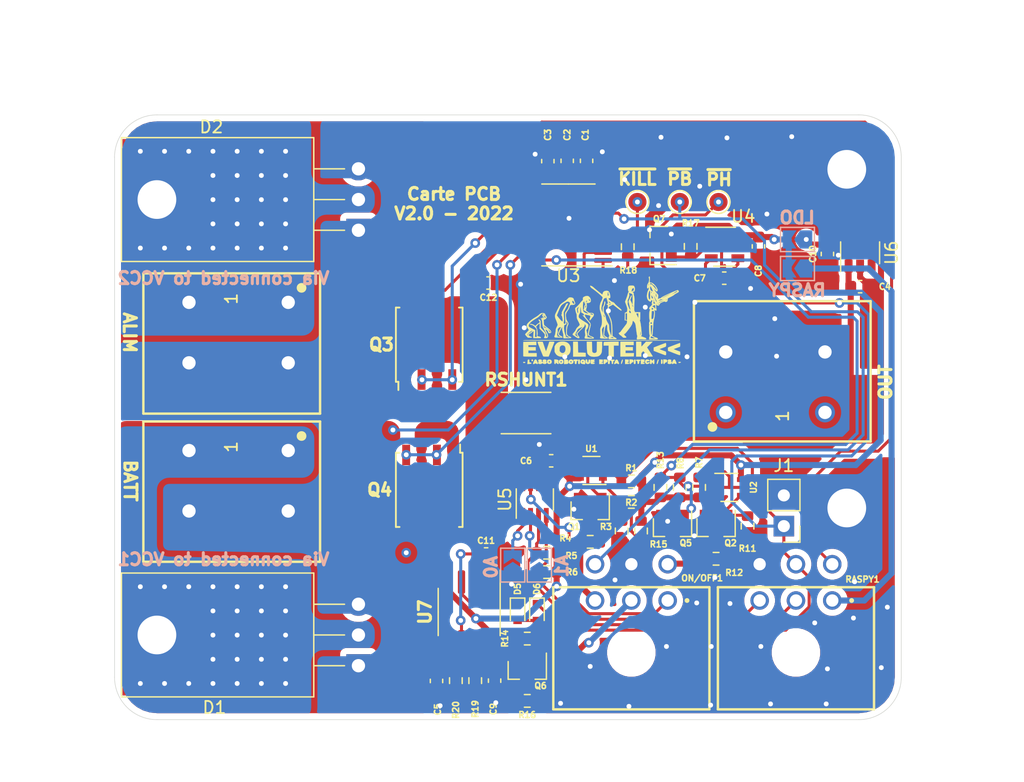
<source format=kicad_pcb>
(kicad_pcb (version 20171130) (host pcbnew "(5.1.10)-1")
  (layers (0 F.Cu signal) (31 B.Cu signal) (34 B.Paste user hide) (35 F.Paste user) (36 B.SilkS user) (37 F.SilkS user) (38 B.Mask user) (39 F.Mask user) (44 Edge.Cuts user))
  (net 0 "")
  (net 1 +3V3)
  (net 2 /VCC2)
  (net 3 GND)
  (net 4 /VCC1)
  (net 5 "Net-(C1-Pad2)")
  (net 6 "Net-(C10-Pad1)")
  (net 7 /TRIG)
  (net 8 /~BLINK)
  (net 9 /~PH)
  (net 10 /BLUE)
  (net 11 /RED)
  (net 12 /GREEN)
  (net 13 /~PB)
  (net 14 "Net-(Q1-Pad1)")
  (net 15 "Net-(Q1-Pad3)")
  (net 16 "Net-(Q2-Pad1)")
  (net 17 "Net-(Q2-Pad3)")
  (net 18 /~KILL)
  (net 19 /SDA)
  (net 20 /SCL)
  (net 21 /~INT)
  (net 22 VCC)
  (net 23 "Net-(D5-Pad2)")
  (net 24 "Net-(C3-Pad2)")
  (net 25 "Net-(C5-Pad2)")
  (net 26 "Net-(C7-Pad2)")
  (net 27 "Net-(JP1-Pad1)")
  (net 28 "Net-(JP2-Pad2)")
  (net 29 "Net-(JP3-Pad2)")
  (net 30 "Net-(Q3-Pad1)")
  (net 31 "Net-(Q4-Pad1)")
  (net 32 /G1S)
  (net 33 /~G1S)
  (net 34 "Net-(Q6-Pad3)")
  (net 35 "Net-(Q7-Pad1)")
  (net 36 "Net-(R19-Pad1)")
  (net 37 "Net-(Q3-Pad2)")
  (net 38 "Net-(Q4-Pad2)")
  (net 39 "Net-(U3-Pad1)")
  (net 40 "Net-(C12-Pad1)")
  (module ComponentsEvo:logo-evo-min (layer F.Cu) (at 70.35 46.85)
    (fp_text reference G*** hide)
    (fp_text value LOGO hide)
  )
  (module MountingHole:MountingHole_3.2mm_M3_DIN965_Pad (layer F.Cu) (at 90.5 34.5)
    (fp_text reference REF** hide)
    (fp_text value MountingHole_3.2mm_M3_DIN965_Pad)
    (pad 1 thru_hole circle (at 0 0) (size 5.6 5.6) (drill 3.2) (layers *.Cu *.Mask) (net 3 GND))
  )
  (module MountingHole:MountingHole_3.2mm_M3_DIN965_Pad (layer F.Cu) (at 90.5 62.5)
    (fp_text reference REF** hide)
    (fp_text value MountingHole_3.2mm_M3_DIN965_Pad)
    (pad 1 thru_hole circle (at 0 0) (size 5.6 5.6) (drill 3.2) (layers *.Cu *.Mask) (net 3 GND))
  )
  (module Jumper:SolderJumper-2_P1.3mm_Open_TrianglePad1.0x1.5mm (layer B.Cu) (at 86.425 40.3 180)
    (fp_text reference JP4 hide)
    (fp_text value SolderJumper_2_Open)
    (pad 1 smd custom (at -0.725 0 180) (size 0.3 0.3) (layers B.Cu B.Mask) (net 6 "Net-(C10-Pad1)") (options (clearance outline) (anchor rect)) (primitives (gr_poly (pts (xy -0.5 0.75) (xy 0.5 0.75) (xy 1 0) (xy 0.5 -0.75) (xy -0.5 -0.75)) (width 0))))
    (pad 2 smd custom (at 0.725 0 180) (size 0.3 0.3) (layers B.Cu B.Mask) (net 1 +3V3) (options (clearance outline) (anchor rect)) (primitives (gr_poly (pts (xy -0.65 0.75) (xy 0.5 0.75) (xy 0.5 -0.75) (xy -0.65 -0.75) (xy -0.15 0)) (width 0))))
  )
  (module Jumper:SolderJumper-2_P1.3mm_Open_TrianglePad1.0x1.5mm (layer B.Cu) (at 86.425 42.7 180)
    (fp_text reference JP1 hide)
    (fp_text value SolderJumper_2_Open)
    (pad 1 smd custom (at -0.725 0 180) (size 0.3 0.3) (layers B.Cu B.Mask) (net 27 "Net-(JP1-Pad1)") (options (clearance outline) (anchor rect)) (primitives (gr_poly (pts (xy -0.5 0.75) (xy 0.5 0.75) (xy 1 0) (xy 0.5 -0.75) (xy -0.5 -0.75)) (width 0))))
    (pad 2 smd custom (at 0.725 0 180) (size 0.3 0.3) (layers B.Cu B.Mask) (net 1 +3V3) (options (clearance outline) (anchor rect)) (primitives (gr_poly (pts (xy -0.65 0.75) (xy 0.5 0.75) (xy 0.5 -0.75) (xy -0.65 -0.75) (xy -0.15 0)) (width 0))))
  )
  (module Capacitor_SMD:C_0603_1608Metric (layer F.Cu) (at 91.6 44.2)
    (fp_text reference C4 (at 2.05 0 180) (layer F.SilkS) (effects (font (size 0.5 0.5) (thickness 0.125))))
    (fp_text value 1uF)
    (pad 2 smd roundrect (at 0.775 0) (size 0.9 0.95) (layers F.Cu F.Paste F.Mask) (net 3 GND))
    (pad 1 smd roundrect (at -0.775 0) (size 0.9 0.95) (layers F.Cu F.Paste F.Mask) (net 22 VCC))
  )
  (module Package_TO_SOT_SMD:SOT-353_SC-70-5 (layer F.Cu) (at 80.8 60.8)
    (fp_text reference U2 (at 2 0 90) (layer F.SilkS) (effects (font (size 0.5 0.5) (thickness 0.125))))
    (fp_text value 74AUP1G02)
    (pad 5 smd rect (at 0.95 -0.65) (size 0.65 0.4) (layers F.Cu F.Paste F.Mask) (net 1 +3V3))
    (pad 4 smd rect (at 0.95 0.65) (size 0.65 0.4) (layers F.Cu F.Paste F.Mask) (net 16 "Net-(Q2-Pad1)"))
    (pad 2 smd rect (at -0.95 0) (size 0.65 0.4) (layers F.Cu F.Paste F.Mask) (net 9 /~PH))
    (pad 3 smd rect (at -0.95 0.65) (size 0.65 0.4) (layers F.Cu F.Paste F.Mask) (net 3 GND))
    (pad 1 smd rect (at -0.95 -0.65) (size 0.65 0.4) (layers F.Cu F.Paste F.Mask) (net 32 /G1S))
  )
  (module Resistor_SMD:R_0603_1608Metric (layer F.Cu) (at 78.3 60.8 270)
    (fp_text reference R7 (at -2.05 0 90) (layer F.SilkS) (effects (font (size 0.5 0.5) (thickness 0.125))))
    (fp_text value 10k)
    (pad 2 smd roundrect (at 0.825 0 270) (size 0.8 0.95) (layers F.Cu F.Paste F.Mask) (net 1 +3V3))
    (pad 1 smd roundrect (at -0.825 0 270) (size 0.8 0.95) (layers F.Cu F.Paste F.Mask) (net 9 /~PH))
  )
  (module Resistor_SMD:R_0603_1608Metric (layer F.Cu) (at 73.5 64.4 90)
    (fp_text reference R15 (at -1.1 1.45 180) (layer F.SilkS) (effects (font (size 0.5 0.5) (thickness 0.125))))
    (fp_text value 10k)
    (pad 1 smd roundrect (at -0.825 0 90) (size 0.8 0.95) (layers F.Cu F.Paste F.Mask) (net 33 /~G1S))
    (pad 2 smd roundrect (at 0.825 0 90) (size 0.8 0.95) (layers F.Cu F.Paste F.Mask) (net 1 +3V3))
  )
  (module Resistor_SMD:R_0603_1608Metric (layer F.Cu) (at 72.7 62)
    (fp_text reference R2 (at 0 0.05) (layer F.SilkS) (effects (font (size 0.5 0.5) (thickness 0.125))))
    (fp_text value 10k)
    (pad 2 smd roundrect (at 0.825 0) (size 0.8 0.95) (layers F.Cu F.Paste F.Mask) (net 1 +3V3))
    (pad 1 smd roundrect (at -0.825 0) (size 0.8 0.95) (layers F.Cu F.Paste F.Mask) (net 33 /~G1S))
  )
  (module Jumper:SolderJumper-2_P1.3mm_Open_TrianglePad1.0x1.5mm (layer B.Cu) (at 65.1 67.225 90)
    (fp_text reference JP3 hide)
    (fp_text value SolderJumper_2_Open)
    (pad 1 smd custom (at -0.725 0 90) (size 0.3 0.3) (layers B.Cu B.Mask) (net 3 GND) (options (clearance outline) (anchor rect)) (primitives (gr_poly (pts (xy -0.5 0.75) (xy 0.5 0.75) (xy 1 0) (xy 0.5 -0.75) (xy -0.5 -0.75)) (width 0))))
    (pad 2 smd custom (at 0.725 0 90) (size 0.3 0.3) (layers B.Cu B.Mask) (net 29 "Net-(JP3-Pad2)") (options (clearance outline) (anchor rect)) (primitives (gr_poly (pts (xy -0.65 0.75) (xy 0.5 0.75) (xy 0.5 -0.75) (xy -0.65 -0.75) (xy -0.15 0)) (width 0))))
  )
  (module Capacitor_SMD:C_0603_1608Metric (layer F.Cu) (at 66.075 58.6 180)
    (fp_text reference C6 (at 2.075 0) (layer F.SilkS) (effects (font (size 0.5 0.5) (thickness 0.125))))
    (fp_text value 100nF)
    (pad 2 smd roundrect (at 0.775 0 180) (size 0.9 0.95) (layers F.Cu F.Paste F.Mask) (net 3 GND))
    (pad 1 smd roundrect (at -0.775 0 180) (size 0.9 0.95) (layers F.Cu F.Paste F.Mask) (net 1 +3V3))
  )
  (module Jumper:SolderJumper-2_P1.3mm_Open_TrianglePad1.0x1.5mm (layer B.Cu) (at 62.9 67.225 90)
    (fp_text reference JP2 hide)
    (fp_text value SolderJumper_2_Open)
    (pad 1 smd custom (at -0.725 0 90) (size 0.3 0.3) (layers B.Cu B.Mask) (net 3 GND) (options (clearance outline) (anchor rect)) (primitives (gr_poly (pts (xy -0.5 0.75) (xy 0.5 0.75) (xy 1 0) (xy 0.5 -0.75) (xy -0.5 -0.75)) (width 0))))
    (pad 2 smd custom (at 0.725 0 90) (size 0.3 0.3) (layers B.Cu B.Mask) (net 28 "Net-(JP2-Pad2)") (options (clearance outline) (anchor rect)) (primitives (gr_poly (pts (xy -0.65 0.75) (xy 0.5 0.75) (xy 0.5 -0.75) (xy -0.65 -0.75) (xy -0.15 0)) (width 0))))
  )
  (module Package_TO_SOT_SMD:TSOT-23-8 (layer F.Cu) (at 64.7 61.8 90)
    (fp_text reference U5 (at 0 -2.45 90) (layer F.SilkS))
    (fp_text value INA219AxD)
    (pad 8 smd rect (at 1.31 -0.97 90) (size 1.22 0.4) (layers F.Cu F.Paste F.Mask) (net 40 "Net-(C12-Pad1)"))
    (pad 7 smd rect (at 1.31 -0.33 90) (size 1.22 0.4) (layers F.Cu F.Paste F.Mask) (net 22 VCC))
    (pad 6 smd rect (at 1.31 0.33 90) (size 1.22 0.4) (layers F.Cu F.Paste F.Mask) (net 3 GND))
    (pad 5 smd rect (at 1.31 0.97 90) (size 1.22 0.4) (layers F.Cu F.Paste F.Mask) (net 1 +3V3))
    (pad 4 smd rect (at -1.31 0.97 90) (size 1.22 0.4) (layers F.Cu F.Paste F.Mask) (net 20 /SCL))
    (pad 3 smd rect (at -1.31 0.33 90) (size 1.22 0.4) (layers F.Cu F.Paste F.Mask) (net 19 /SDA))
    (pad 2 smd rect (at -1.31 -0.33 90) (size 1.22 0.4) (layers F.Cu F.Paste F.Mask) (net 29 "Net-(JP3-Pad2)"))
    (pad 1 smd rect (at -1.31 -0.97 90) (size 1.22 0.4) (layers F.Cu F.Paste F.Mask) (net 28 "Net-(JP2-Pad2)"))
  )
  (module ConnectorsEvo:66200621022 (layer F.Cu) (at 86.3 74.1)
    (fp_text reference RASPY1 (at 5.5 -5.7 180) (layer F.SilkS) (effects (font (size 0.5 0.5) (thickness 0.125))))
    (fp_text value Conn_01x06_Male)
    (pad 1 thru_hole circle (at 3 -3.95) (size 1.53 1.53) (drill 1.02) (layers *.Cu *.Mask) (net 27 "Net-(JP1-Pad1)"))
    (pad 4 thru_hole circle (at 3 -6.95) (size 1.53 1.53) (drill 1.02) (layers *.Cu *.Mask) (net 21 /~INT))
    (pad 2 thru_hole circle (at 0 -3.95) (size 1.53 1.53) (drill 1.02) (layers *.Cu *.Mask) (net 19 /SDA))
    (pad 5 thru_hole circle (at 0 -6.95) (size 1.53 1.53) (drill 1.02) (layers *.Cu *.Mask) (net 9 /~PH))
    (pad 3 thru_hole circle (at -3 -3.95) (size 1.53 1.53) (drill 1.02) (layers *.Cu *.Mask) (net 20 /SCL))
    (pad 6 thru_hole circle (at -3 -6.95) (size 1.53 1.53) (drill 1.02) (layers *.Cu *.Mask) (net 3 GND))
    (pad None np_thru_hole circle (at 0 0.35) (size 3 3) (drill 3) (layers *.Cu *.Mask))
  )
  (module ConnectorsEvo:66200621022 (layer F.Cu) (at 72.7 74.1)
    (fp_text reference ON/OFF1 (at 5.85 -5.8 180) (layer F.SilkS) (effects (font (size 0.5 0.5) (thickness 0.125))))
    (fp_text value Conn_01x06_Male)
    (pad 1 thru_hole circle (at 3 -3.95) (size 1.53 1.53) (drill 1.02) (layers *.Cu *.Mask) (net 22 VCC))
    (pad 4 thru_hole circle (at 3 -6.95) (size 1.53 1.53) (drill 1.02) (layers *.Cu *.Mask) (net 10 /BLUE))
    (pad 2 thru_hole circle (at 0 -3.95) (size 1.53 1.53) (drill 1.02) (layers *.Cu *.Mask) (net 11 /RED))
    (pad 5 thru_hole circle (at 0 -6.95) (size 1.53 1.53) (drill 1.02) (layers *.Cu *.Mask) (net 3 GND))
    (pad 3 thru_hole circle (at -3 -3.95) (size 1.53 1.53) (drill 1.02) (layers *.Cu *.Mask) (net 12 /GREEN))
    (pad 6 thru_hole circle (at -3 -6.95) (size 1.53 1.53) (drill 1.02) (layers *.Cu *.Mask) (net 13 /~PB))
    (pad None np_thru_hole circle (at 0 0.35) (size 3 3) (drill 3) (layers *.Cu *.Mask))
  )
  (module ComponentsEvo:TO-220-3_Horizontal_TabDown (layer F.Cu) (at 50.15 39.54 90)
    (fp_text reference D2 (at 8.54 -12.15 180) (layer F.SilkS))
    (fp_text value MBR60)
    (pad 2 thru_hole circle (at -1.47 -12.02 90) (size 0.8 0.8) (drill 0.4) (layers *.Cu *.Mask) (net 2 /VCC2))
    (pad 2 thru_hole circle (at -1.47 -10.02 90) (size 0.8 0.8) (drill 0.4) (layers *.Cu *.Mask) (net 2 /VCC2))
    (pad 2 thru_hole circle (at -1.47 -8.02 90) (size 0.8 0.8) (drill 0.4) (layers *.Cu *.Mask) (net 2 /VCC2))
    (pad 2 thru_hole circle (at -1.47 -6.02 90) (size 0.8 0.8) (drill 0.4) (layers *.Cu *.Mask) (net 2 /VCC2))
    (pad 2 thru_hole circle (at 0.53 -6.02 90) (size 0.8 0.8) (drill 0.4) (layers *.Cu *.Mask) (net 2 /VCC2))
    (pad 2 thru_hole circle (at 0.53 -8.02 90) (size 0.8 0.8) (drill 0.4) (layers *.Cu *.Mask) (net 2 /VCC2))
    (pad 2 thru_hole circle (at 0.53 -10.02 90) (size 0.8 0.8) (drill 0.4) (layers *.Cu *.Mask) (net 2 /VCC2))
    (pad 2 thru_hole circle (at 0.53 -12.02 90) (size 0.8 0.8) (drill 0.4) (layers *.Cu *.Mask) (net 2 /VCC2))
    (pad 2 thru_hole circle (at -1.47 -14.02 90) (size 0.8 0.8) (drill 0.4) (layers *.Cu *.Mask) (net 2 /VCC2))
    (pad 2 thru_hole circle (at -1.47 -16.02 90) (size 0.8 0.8) (drill 0.4) (layers *.Cu *.Mask) (net 2 /VCC2))
    (pad 2 thru_hole circle (at -1.47 -18.02 90) (size 0.8 0.8) (drill 0.4) (layers *.Cu *.Mask) (net 2 /VCC2))
    (pad 2 thru_hole circle (at 6.53 -18.02 90) (size 0.8 0.8) (drill 0.4) (layers *.Cu *.Mask) (net 2 /VCC2))
    (pad 2 thru_hole circle (at 6.53 -16.02 90) (size 0.8 0.8) (drill 0.4) (layers *.Cu *.Mask) (net 2 /VCC2))
    (pad 2 thru_hole circle (at 6.53 -6.02 90) (size 0.8 0.8) (drill 0.4) (layers *.Cu *.Mask) (net 2 /VCC2))
    (pad 2 thru_hole circle (at 6.53 -8.02 90) (size 0.8 0.8) (drill 0.4) (layers *.Cu *.Mask) (net 2 /VCC2))
    (pad 2 thru_hole circle (at 6.53 -10.02 90) (size 0.8 0.8) (drill 0.4) (layers *.Cu *.Mask) (net 2 /VCC2))
    (pad 2 thru_hole circle (at 6.53 -12.02 90) (size 0.8 0.8) (drill 0.4) (layers *.Cu *.Mask) (net 2 /VCC2))
    (pad 2 thru_hole circle (at 6.53 -14.02 90) (size 0.8 0.8) (drill 0.4) (layers *.Cu *.Mask) (net 2 /VCC2))
    (pad 2 thru_hole circle (at 4.53 -12.02 90) (size 0.8 0.8) (drill 0.4) (layers *.Cu *.Mask) (net 2 /VCC2))
    (pad 2 thru_hole circle (at 4.53 -10.02 90) (size 0.8 0.8) (drill 0.4) (layers *.Cu *.Mask) (net 2 /VCC2))
    (pad 2 thru_hole circle (at 4.53 -8.02 90) (size 0.8 0.8) (drill 0.4) (layers *.Cu *.Mask) (net 2 /VCC2))
    (pad 2 thru_hole circle (at 4.53 -6.02 90) (size 0.8 0.8) (drill 0.4) (layers *.Cu *.Mask) (net 2 /VCC2))
    (pad 2 thru_hole circle (at 2.53 -6.02 90) (size 0.8 0.8) (drill 0.4) (layers *.Cu *.Mask) (net 2 /VCC2))
    (pad 2 thru_hole circle (at 2.53 -8.02 90) (size 0.8 0.8) (drill 0.4) (layers *.Cu *.Mask) (net 2 /VCC2))
    (pad 2 thru_hole circle (at 2.53 -10.02 90) (size 0.8 0.8) (drill 0.4) (layers *.Cu *.Mask) (net 2 /VCC2))
    (pad 2 thru_hole circle (at 2.53 -12.02 90) (size 0.8 0.8) (drill 0.4) (layers *.Cu *.Mask) (net 2 /VCC2))
    (pad 2 smd rect (at 2.54 -12.25 90) (size 10 14.5) (layers F.Cu F.Paste F.Mask) (net 2 /VCC2))
    (pad 2 thru_hole oval (at 2.54 -16.65 90) (size 5.6 5.6) (drill 3.2) (layers *.Cu *.Mask) (net 2 /VCC2))
    (pad 1 thru_hole rect (at 0 0 90) (size 1.905 2) (drill 1.1) (layers *.Cu *.Mask) (net 3 GND))
    (pad 2 thru_hole oval (at 2.54 0 90) (size 1.905 2) (drill 1.1) (layers *.Cu *.Mask) (net 2 /VCC2))
    (pad 3 thru_hole oval (at 5.08 0 90) (size 1.905 2) (drill 1.1) (layers *.Cu *.Mask) (net 3 GND))
  )
  (module ComponentsEvo:TO-220-3_Horizontal_TabDown (layer F.Cu) (at 50.15 75.54 90)
    (fp_text reference D1 (at -3.46 -11.9 180) (layer F.SilkS))
    (fp_text value MBR60)
    (pad 2 thru_hole circle (at -1.47 -12.02 90) (size 0.8 0.8) (drill 0.4) (layers *.Cu *.Mask) (net 4 /VCC1))
    (pad 2 thru_hole circle (at -1.47 -10.02 90) (size 0.8 0.8) (drill 0.4) (layers *.Cu *.Mask) (net 4 /VCC1))
    (pad 2 thru_hole circle (at -1.47 -8.02 90) (size 0.8 0.8) (drill 0.4) (layers *.Cu *.Mask) (net 4 /VCC1))
    (pad 2 thru_hole circle (at -1.47 -6.02 90) (size 0.8 0.8) (drill 0.4) (layers *.Cu *.Mask) (net 4 /VCC1))
    (pad 2 thru_hole circle (at 0.53 -6.02 90) (size 0.8 0.8) (drill 0.4) (layers *.Cu *.Mask) (net 4 /VCC1))
    (pad 2 thru_hole circle (at 0.53 -8.02 90) (size 0.8 0.8) (drill 0.4) (layers *.Cu *.Mask) (net 4 /VCC1))
    (pad 2 thru_hole circle (at 0.53 -10.02 90) (size 0.8 0.8) (drill 0.4) (layers *.Cu *.Mask) (net 4 /VCC1))
    (pad 2 thru_hole circle (at 0.53 -12.02 90) (size 0.8 0.8) (drill 0.4) (layers *.Cu *.Mask) (net 4 /VCC1))
    (pad 2 thru_hole circle (at -1.47 -14.02 90) (size 0.8 0.8) (drill 0.4) (layers *.Cu *.Mask) (net 4 /VCC1))
    (pad 2 thru_hole circle (at -1.47 -16.02 90) (size 0.8 0.8) (drill 0.4) (layers *.Cu *.Mask) (net 4 /VCC1))
    (pad 2 thru_hole circle (at -1.47 -18.02 90) (size 0.8 0.8) (drill 0.4) (layers *.Cu *.Mask) (net 4 /VCC1))
    (pad 2 thru_hole circle (at 6.53 -18.02 90) (size 0.8 0.8) (drill 0.4) (layers *.Cu *.Mask) (net 4 /VCC1))
    (pad 2 thru_hole circle (at 6.53 -16.02 90) (size 0.8 0.8) (drill 0.4) (layers *.Cu *.Mask) (net 4 /VCC1))
    (pad 2 thru_hole circle (at 6.53 -6.02 90) (size 0.8 0.8) (drill 0.4) (layers *.Cu *.Mask) (net 4 /VCC1))
    (pad 2 thru_hole circle (at 6.53 -8.02 90) (size 0.8 0.8) (drill 0.4) (layers *.Cu *.Mask) (net 4 /VCC1))
    (pad 2 thru_hole circle (at 6.53 -10.02 90) (size 0.8 0.8) (drill 0.4) (layers *.Cu *.Mask) (net 4 /VCC1))
    (pad 2 thru_hole circle (at 6.53 -12.02 90) (size 0.8 0.8) (drill 0.4) (layers *.Cu *.Mask) (net 4 /VCC1))
    (pad 2 thru_hole circle (at 6.53 -14.02 90) (size 0.8 0.8) (drill 0.4) (layers *.Cu *.Mask) (net 4 /VCC1))
    (pad 2 thru_hole circle (at 4.53 -12.02 90) (size 0.8 0.8) (drill 0.4) (layers *.Cu *.Mask) (net 4 /VCC1))
    (pad 2 thru_hole circle (at 4.53 -10.02 90) (size 0.8 0.8) (drill 0.4) (layers *.Cu *.Mask) (net 4 /VCC1))
    (pad 2 thru_hole circle (at 4.53 -8.02 90) (size 0.8 0.8) (drill 0.4) (layers *.Cu *.Mask) (net 4 /VCC1))
    (pad 2 thru_hole circle (at 4.53 -6.02 90) (size 0.8 0.8) (drill 0.4) (layers *.Cu *.Mask) (net 4 /VCC1))
    (pad 2 thru_hole circle (at 2.53 -6.02 90) (size 0.8 0.8) (drill 0.4) (layers *.Cu *.Mask) (net 4 /VCC1))
    (pad 2 thru_hole circle (at 2.53 -8.02 90) (size 0.8 0.8) (drill 0.4) (layers *.Cu *.Mask) (net 4 /VCC1))
    (pad 2 thru_hole circle (at 2.53 -10.02 90) (size 0.8 0.8) (drill 0.4) (layers *.Cu *.Mask) (net 4 /VCC1))
    (pad 2 thru_hole circle (at 2.53 -12.02 90) (size 0.8 0.8) (drill 0.4) (layers *.Cu *.Mask) (net 4 /VCC1))
    (pad 2 smd rect (at 2.54 -12.25 90) (size 10 14.5) (layers F.Cu F.Paste F.Mask) (net 4 /VCC1))
    (pad 2 thru_hole oval (at 2.54 -16.65 90) (size 5.6 5.6) (drill 3.2) (layers *.Cu *.Mask) (net 4 /VCC1))
    (pad 1 thru_hole rect (at 0 0 90) (size 1.905 2) (drill 1.1) (layers *.Cu *.Mask) (net 3 GND))
    (pad 2 thru_hole oval (at 2.54 0 90) (size 1.905 2) (drill 1.1) (layers *.Cu *.Mask) (net 4 /VCC1))
    (pad 3 thru_hole oval (at 5.08 0 90) (size 1.905 2) (drill 1.1) (layers *.Cu *.Mask) (net 3 GND))
  )
  (module Package_TO_SOT_SMD:SOT-23 (layer F.Cu) (at 69.3 62.7 270)
    (fp_text reference Q1 (at 1.35 1.35 180) (layer F.SilkS) (effects (font (size 0.5 0.5) (thickness 0.125))))
    (fp_text value Q_NMOS_GSD)
    (pad 3 smd rect (at 1 0 270) (size 0.9 0.8) (layers F.Cu F.Paste F.Mask) (net 15 "Net-(Q1-Pad3)"))
    (pad 2 smd rect (at -1 0.95 270) (size 0.9 0.8) (layers F.Cu F.Paste F.Mask) (net 3 GND))
    (pad 1 smd rect (at -1 -0.95 270) (size 0.9 0.8) (layers F.Cu F.Paste F.Mask) (net 14 "Net-(Q1-Pad1)"))
  )
  (module Resistor_SMD:R_0603_1608Metric (layer F.Cu) (at 75.1 60.8 270)
    (fp_text reference R13 (at -2.25 0 90) (layer F.SilkS) (effects (font (size 0.5 0.5) (thickness 0.125))))
    (fp_text value 10k)
    (pad 2 smd roundrect (at 0.825 0 270) (size 0.8 0.95) (layers F.Cu F.Paste F.Mask) (net 1 +3V3))
    (pad 1 smd roundrect (at -0.825 0 270) (size 0.8 0.95) (layers F.Cu F.Paste F.Mask) (net 32 /G1S))
  )
  (module Capacitor_SMD:C_0603_1608Metric (layer F.Cu) (at 65.8 33.825 270)
    (fp_text reference C3 (at -2.175 0 90) (layer F.SilkS) (effects (font (size 0.5 0.5) (thickness 0.125))))
    (fp_text value 560nF)
    (pad 2 smd roundrect (at 0.775 0 270) (size 0.9 0.95) (layers F.Cu F.Paste F.Mask) (net 24 "Net-(C3-Pad2)"))
    (pad 1 smd roundrect (at -0.775 0 270) (size 0.9 0.95) (layers F.Cu F.Paste F.Mask) (net 3 GND))
  )
  (module Resistor_SMD:R_2512_6332Metric_Pad1.52x3.35mm_HandSolder (layer F.Cu) (at 64 54.65 180)
    (fp_text reference RSHUNT1 (at 0 2.75) (layer F.SilkS) (effects (font (thickness 0.25))))
    (fp_text value 0.002)
    (pad 2 smd roundrect (at 2.9875 0 180) (size 1.525 3.35) (layers F.Cu F.Paste F.Mask) (roundrect_rratio 0.1639337704918033) (net 40 "Net-(C12-Pad1)"))
    (pad 1 smd roundrect (at -2.9875 0 180) (size 1.525 3.35) (layers F.Cu F.Paste F.Mask) (roundrect_rratio 0.1639337704918033) (net 22 VCC))
  )
  (module Capacitor_SMD:C_0603_1608Metric (layer F.Cu) (at 61.4 76.775 270)
    (fp_text reference C9 (at 2.35 0.1 90) (layer F.SilkS) (effects (font (size 0.5 0.5) (thickness 0.125))))
    (fp_text value 100nF)
    (pad 2 smd roundrect (at 0.775 0 270) (size 0.9 0.95) (layers F.Cu F.Paste F.Mask) (net 3 GND))
    (pad 1 smd roundrect (at -0.775 0 270) (size 0.9 0.95) (layers F.Cu F.Paste F.Mask) (net 1 +3V3))
  )
  (module Capacitor_SMD:C_0603_1608Metric (layer F.Cu) (at 56.6 76.8 90)
    (fp_text reference C5 (at -2.35 0.1 90) (layer F.SilkS) (effects (font (size 0.5 0.5) (thickness 0.125))))
    (fp_text value 100nF)
    (pad 2 smd roundrect (at 0.775 0 90) (size 0.9 0.95) (layers F.Cu F.Paste F.Mask) (net 25 "Net-(C5-Pad2)"))
    (pad 1 smd roundrect (at -0.775 0 90) (size 0.9 0.95) (layers F.Cu F.Paste F.Mask) (net 3 GND))
  )
  (module Capacitor_SMD:C_0603_1608Metric (layer F.Cu) (at 60.7 66.3 180)
    (fp_text reference C11 (at 0 1.1) (layer F.SilkS) (effects (font (size 0.5 0.5) (thickness 0.125))))
    (fp_text value 4.7uF)
    (pad 2 smd roundrect (at 0.775 0 180) (size 0.9 0.95) (layers F.Cu F.Paste F.Mask) (net 7 /TRIG))
    (pad 1 smd roundrect (at -0.775 0 180) (size 0.9 0.95) (layers F.Cu F.Paste F.Mask) (net 3 GND))
  )
  (module Resistor_SMD:R_0603_1608Metric (layer F.Cu) (at 58.2 76.775 270)
    (fp_text reference R20 (at 2.425 0 90) (layer F.SilkS) (effects (font (size 0.5 0.5) (thickness 0.125))))
    (fp_text value 78.7k)
    (pad 2 smd roundrect (at 0.825 0 270) (size 0.8 0.95) (layers F.Cu F.Paste F.Mask) (net 36 "Net-(R19-Pad1)"))
    (pad 1 smd roundrect (at -0.825 0 270) (size 0.8 0.95) (layers F.Cu F.Paste F.Mask) (net 7 /TRIG))
  )
  (module Resistor_SMD:R_0603_1608Metric (layer F.Cu) (at 59.8 76.775 270)
    (fp_text reference R19 (at 2.35 0 90) (layer F.SilkS) (effects (font (size 0.5 0.5) (thickness 0.125))))
    (fp_text value 78.7k)
    (pad 2 smd roundrect (at 0.825 0 270) (size 0.8 0.95) (layers F.Cu F.Paste F.Mask) (net 1 +3V3))
    (pad 1 smd roundrect (at -0.825 0 270) (size 0.8 0.95) (layers F.Cu F.Paste F.Mask) (net 36 "Net-(R19-Pad1)"))
  )
  (module Package_SO:SOIC-8_3.9x4.9mm_P1.27mm (layer F.Cu) (at 59.3 71.1 270)
    (fp_text reference U7 (at 0 3.65 90) (layer F.SilkS) (effects (font (thickness 0.25))))
    (fp_text value NE555D)
    (pad 8 smd roundrect (at 2.475 -1.905 270) (size 1.95 0.6) (layers F.Cu F.Paste F.Mask) (net 1 +3V3))
    (pad 7 smd roundrect (at 2.475 -0.635 270) (size 1.95 0.6) (layers F.Cu F.Paste F.Mask) (net 36 "Net-(R19-Pad1)"))
    (pad 6 smd roundrect (at 2.475 0.635 270) (size 1.95 0.6) (layers F.Cu F.Paste F.Mask) (net 7 /TRIG))
    (pad 5 smd roundrect (at 2.475 1.905 270) (size 1.95 0.6) (layers F.Cu F.Paste F.Mask) (net 25 "Net-(C5-Pad2)"))
    (pad 4 smd roundrect (at -2.475 1.905 270) (size 1.95 0.6) (layers F.Cu F.Paste F.Mask) (net 1 +3V3))
    (pad 3 smd roundrect (at -2.475 0.635 270) (size 1.95 0.6) (layers F.Cu F.Paste F.Mask) (net 8 /~BLINK))
    (pad 2 smd roundrect (at -2.475 -0.635 270) (size 1.95 0.6) (layers F.Cu F.Paste F.Mask) (net 7 /TRIG))
    (pad 1 smd roundrect (at -2.475 -1.905 270) (size 1.95 0.6) (layers F.Cu F.Paste F.Mask) (net 3 GND))
  )
  (module Package_TO_SOT_SMD:SOT-23-6 (layer F.Cu) (at 80.4 40.9)
    (fp_text reference U4 (at 1.55 -2.5) (layer F.SilkS))
    (fp_text value TPS3808DBV)
    (pad 1 smd rect (at -1.1 -0.95) (size 1.06 0.65) (layers F.Cu F.Paste F.Mask) (net 35 "Net-(Q7-Pad1)"))
    (pad 2 smd rect (at -1.1 0) (size 1.06 0.65) (layers F.Cu F.Paste F.Mask) (net 3 GND))
    (pad 3 smd rect (at -1.1 0.95) (size 1.06 0.65) (layers F.Cu F.Paste F.Mask) (net 9 /~PH))
    (pad 4 smd rect (at 1.1 0.95) (size 1.06 0.65) (layers F.Cu F.Paste F.Mask) (net 26 "Net-(C7-Pad2)"))
    (pad 6 smd rect (at 1.1 -0.95) (size 1.06 0.65) (layers F.Cu F.Paste F.Mask) (net 1 +3V3))
    (pad 5 smd rect (at 1.1 0) (size 1.06 0.65) (layers F.Cu F.Paste F.Mask) (net 1 +3V3))
  )
  (module Resistor_SMD:R_0603_1608Metric (layer F.Cu) (at 77.6 40.875 90)
    (fp_text reference R17 (at 1.925 0 180) (layer F.SilkS) (effects (font (size 0.5 0.5) (thickness 0.125))))
    (fp_text value 10k)
    (pad 2 smd roundrect (at 0.825 0 90) (size 0.8 0.95) (layers F.Cu F.Paste F.Mask) (net 1 +3V3))
    (pad 1 smd roundrect (at -0.825 0 90) (size 0.8 0.95) (layers F.Cu F.Paste F.Mask) (net 35 "Net-(Q7-Pad1)"))
  )
  (module Resistor_SMD:R_0603_1608Metric (layer F.Cu) (at 76.7 60.8 270)
    (fp_text reference R8 (at -2 -0.05 90) (layer F.SilkS) (effects (font (size 0.5 0.5) (thickness 0.125))))
    (fp_text value 10k)
    (pad 2 smd roundrect (at 0.825 0 270) (size 0.8 0.95) (layers F.Cu F.Paste F.Mask) (net 1 +3V3))
    (pad 1 smd roundrect (at -0.825 0 270) (size 0.8 0.95) (layers F.Cu F.Paste F.Mask) (net 32 /G1S))
  )
  (module Package_TO_SOT_SMD:SOT-23 (layer F.Cu) (at 75 40.8 180)
    (fp_text reference Q7 (at 0 2.2) (layer F.SilkS) (effects (font (size 0.5 0.5) (thickness 0.125))))
    (fp_text value Q_NMOS_GSD)
    (pad 3 smd rect (at 1 0 180) (size 0.9 0.8) (layers F.Cu F.Paste F.Mask) (net 18 /~KILL))
    (pad 2 smd rect (at -1 0.95 180) (size 0.9 0.8) (layers F.Cu F.Paste F.Mask) (net 3 GND))
    (pad 1 smd rect (at -1 -0.95 180) (size 0.9 0.8) (layers F.Cu F.Paste F.Mask) (net 35 "Net-(Q7-Pad1)"))
  )
  (module Resistor_SMD:R_0603_1608Metric (layer F.Cu) (at 72.4 40.9 270)
    (fp_text reference R18 (at 1.95 -0.05 180) (layer F.SilkS) (effects (font (size 0.5 0.5) (thickness 0.125))))
    (fp_text value 10k)
    (pad 2 smd roundrect (at 0.825 0 270) (size 0.8 0.95) (layers F.Cu F.Paste F.Mask) (net 22 VCC))
    (pad 1 smd roundrect (at -0.825 0 270) (size 0.8 0.95) (layers F.Cu F.Paste F.Mask) (net 18 /~KILL))
  )
  (module Capacitor_SMD:C_0603_1608Metric (layer F.Cu) (at 80.375 43.5)
    (fp_text reference C7 (at -2.025 0) (layer F.SilkS) (effects (font (size 0.5 0.5) (thickness 0.125))))
    (fp_text value 780nF)
    (pad 2 smd roundrect (at 0.775 0) (size 0.9 0.95) (layers F.Cu F.Paste F.Mask) (net 26 "Net-(C7-Pad2)"))
    (pad 1 smd roundrect (at -0.775 0) (size 0.9 0.95) (layers F.Cu F.Paste F.Mask) (net 3 GND))
  )
  (module Capacitor_SMD:C_0603_1608Metric (layer F.Cu) (at 83.2 40.875 270)
    (fp_text reference C8 (at 2.025 0 90) (layer F.SilkS) (effects (font (size 0.5 0.5) (thickness 0.125))))
    (fp_text value 100nF)
    (pad 2 smd roundrect (at 0.775 0 270) (size 0.9 0.95) (layers F.Cu F.Paste F.Mask) (net 3 GND))
    (pad 1 smd roundrect (at -0.775 0 270) (size 0.9 0.95) (layers F.Cu F.Paste F.Mask) (net 1 +3V3))
  )
  (module Capacitor_SMD:C_0603_1608Metric (layer F.Cu) (at 88.9 41.5 270)
    (fp_text reference C10 (at 0 1.2 270) (layer F.SilkS) (effects (font (size 0.5 0.5) (thickness 0.125))))
    (fp_text value 1uF)
    (pad 2 smd roundrect (at 0.775 0 270) (size 0.9 0.95) (layers F.Cu F.Paste F.Mask) (net 3 GND))
    (pad 1 smd roundrect (at -0.775 0 270) (size 0.9 0.95) (layers F.Cu F.Paste F.Mask) (net 6 "Net-(C10-Pad1)"))
  )
  (module Diode_SMD:D_SOD-523 (layer F.Cu) (at 63.3 71.1 270)
    (fp_text reference D5 (at -1.9 0 90) (layer F.SilkS) (effects (font (size 0.5 0.5) (thickness 0.125))))
    (fp_text value D)
    (pad 1 smd rect (at -0.7 0 90) (size 0.6 0.7) (layers F.Cu F.Paste F.Mask) (net 8 /~BLINK))
    (pad 2 smd rect (at 0.7 0 90) (size 0.6 0.7) (layers F.Cu F.Paste F.Mask) (net 23 "Net-(D5-Pad2)"))
  )
  (module Diode_SMD:D_SOD-523 (layer F.Cu) (at 64.9 71.1 270)
    (fp_text reference D6 (at -1.9 0 90) (layer F.SilkS) (effects (font (size 0.5 0.5) (thickness 0.125))))
    (fp_text value D)
    (pad 1 smd rect (at -0.7 0 90) (size 0.6 0.7) (layers F.Cu F.Paste F.Mask) (net 9 /~PH))
    (pad 2 smd rect (at 0.7 0 90) (size 0.6 0.7) (layers F.Cu F.Paste F.Mask) (net 23 "Net-(D5-Pad2)"))
  )
  (module Package_TO_SOT_SMD:SOT-23 (layer F.Cu) (at 79.7 64.1 270)
    (fp_text reference Q2 (at 1.3 -1.2 180) (layer F.SilkS) (effects (font (size 0.5 0.5) (thickness 0.125))))
    (fp_text value Q_NMOS_GSD)
    (pad 3 smd rect (at 1 0 270) (size 0.9 0.8) (layers F.Cu F.Paste F.Mask) (net 17 "Net-(Q2-Pad3)"))
    (pad 2 smd rect (at -1 0.95 270) (size 0.9 0.8) (layers F.Cu F.Paste F.Mask) (net 3 GND))
    (pad 1 smd rect (at -1 -0.95 270) (size 0.9 0.8) (layers F.Cu F.Paste F.Mask) (net 16 "Net-(Q2-Pad1)"))
  )
  (module Resistor_SMD:R_0603_1608Metric (layer F.Cu) (at 72.7 60.3)
    (fp_text reference R1 (at 0 -1.1) (layer F.SilkS) (effects (font (size 0.5 0.5) (thickness 0.125))))
    (fp_text value 10k)
    (pad 2 smd roundrect (at 0.825 0) (size 0.8 0.95) (layers F.Cu F.Paste F.Mask) (net 1 +3V3))
    (pad 1 smd roundrect (at -0.825 0) (size 0.8 0.95) (layers F.Cu F.Paste F.Mask) (net 9 /~PH))
  )
  (module Resistor_SMD:R_0603_1608Metric (layer F.Cu) (at 71.9 64.4 90)
    (fp_text reference R3 (at 0.35 -1.3 180) (layer F.SilkS) (effects (font (size 0.5 0.5) (thickness 0.125))))
    (fp_text value 10k)
    (pad 2 smd roundrect (at 0.825 0 90) (size 0.8 0.95) (layers F.Cu F.Paste F.Mask) (net 14 "Net-(Q1-Pad1)"))
    (pad 1 smd roundrect (at -0.825 0 90) (size 0.8 0.95) (layers F.Cu F.Paste F.Mask) (net 3 GND))
  )
  (module Resistor_SMD:R_0603_1608Metric (layer F.Cu) (at 69.3 65.3 180)
    (fp_text reference R4 (at 2.05 0.3) (layer F.SilkS) (effects (font (size 0.5 0.5) (thickness 0.125))))
    (fp_text value 330)
    (pad 2 smd roundrect (at 0.825 0 180) (size 0.8 0.95) (layers F.Cu F.Paste F.Mask) (net 12 /GREEN))
    (pad 1 smd roundrect (at -0.825 0 180) (size 0.8 0.95) (layers F.Cu F.Paste F.Mask) (net 15 "Net-(Q1-Pad3)"))
  )
  (module Resistor_SMD:R_0603_1608Metric (layer F.Cu) (at 65.7 66.2)
    (fp_text reference R5 (at 2.05 0.25) (layer F.SilkS) (effects (font (size 0.5 0.5) (thickness 0.125))))
    (fp_text value 4.7k)
    (pad 2 smd roundrect (at 0.825 0) (size 0.8 0.95) (layers F.Cu F.Paste F.Mask) (net 1 +3V3))
    (pad 1 smd roundrect (at -0.825 0) (size 0.8 0.95) (layers F.Cu F.Paste F.Mask) (net 19 /SDA))
  )
  (module Resistor_SMD:R_0603_1608Metric (layer F.Cu) (at 65.7 67.8)
    (fp_text reference R6 (at 2.1 0) (layer F.SilkS) (effects (font (size 0.5 0.5) (thickness 0.125))))
    (fp_text value 4.7k)
    (pad 2 smd roundrect (at 0.825 0) (size 0.8 0.95) (layers F.Cu F.Paste F.Mask) (net 1 +3V3))
    (pad 1 smd roundrect (at -0.825 0) (size 0.8 0.95) (layers F.Cu F.Paste F.Mask) (net 20 /SCL))
  )
  (module Resistor_SMD:R_0603_1608Metric (layer F.Cu) (at 82.3 64 90)
    (fp_text reference R11 (at -1.85 0 180) (layer F.SilkS) (effects (font (size 0.5 0.5) (thickness 0.125))))
    (fp_text value 10k)
    (pad 2 smd roundrect (at 0.825 0 90) (size 0.8 0.95) (layers F.Cu F.Paste F.Mask) (net 16 "Net-(Q2-Pad1)"))
    (pad 1 smd roundrect (at -0.825 0 90) (size 0.8 0.95) (layers F.Cu F.Paste F.Mask) (net 3 GND))
  )
  (module Resistor_SMD:R_0603_1608Metric (layer F.Cu) (at 79.7 66.7 180)
    (fp_text reference R12 (at -1.5 -1.15) (layer F.SilkS) (effects (font (size 0.5 0.5) (thickness 0.125))))
    (fp_text value 330)
    (pad 2 smd roundrect (at 0.825 0 180) (size 0.8 0.95) (layers F.Cu F.Paste F.Mask) (net 10 /BLUE))
    (pad 1 smd roundrect (at -0.825 0 180) (size 0.8 0.95) (layers F.Cu F.Paste F.Mask) (net 17 "Net-(Q2-Pad3)"))
  )
  (module Resistor_SMD:R_0603_1608Metric (layer F.Cu) (at 64.1 73.3)
    (fp_text reference R14 (at -1.85 0 90) (layer F.SilkS) (effects (font (size 0.5 0.5) (thickness 0.125))))
    (fp_text value 1k)
    (pad 2 smd roundrect (at 0.825 0) (size 0.8 0.95) (layers F.Cu F.Paste F.Mask) (net 23 "Net-(D5-Pad2)"))
    (pad 1 smd roundrect (at -0.825 0) (size 0.8 0.95) (layers F.Cu F.Paste F.Mask) (net 1 +3V3))
  )
  (module Resistor_SMD:R_0603_1608Metric (layer F.Cu) (at 64.1 78.45)
    (fp_text reference R16 (at 0 1.15) (layer F.SilkS) (effects (font (size 0.5 0.5) (thickness 0.125))))
    (fp_text value 330)
    (pad 2 smd roundrect (at 0.825 0) (size 0.8 0.95) (layers F.Cu F.Paste F.Mask) (net 11 /RED))
    (pad 1 smd roundrect (at -0.825 0) (size 0.8 0.95) (layers F.Cu F.Paste F.Mask) (net 34 "Net-(Q6-Pad3)"))
  )
  (module TestPoint:TestPoint_Pad_D1.5mm (layer F.Cu) (at 79.9 37.2)
    (fp_text reference TP2 hide)
    (fp_text value TestPoint)
    (pad 1 smd circle (at 0 0) (size 1.5 1.5) (layers F.Cu F.Mask) (net 9 /~PH))
  )
  (module TestPoint:TestPoint_Pad_D1.5mm (layer F.Cu) (at 73.2 37.2)
    (fp_text reference TP3 hide)
    (fp_text value TestPoint)
    (pad 1 smd circle (at 0 0) (size 1.5 1.5) (layers F.Cu F.Mask) (net 18 /~KILL))
  )
  (module Package_TO_SOT_SMD:SOT-353_SC-70-5 (layer F.Cu) (at 69.4 59.4 180)
    (fp_text reference U1 (at 0 1.8) (layer F.SilkS) (effects (font (size 0.5 0.5) (thickness 0.125))))
    (fp_text value 74AUP1G02)
    (pad 5 smd rect (at 0.95 -0.65 180) (size 0.65 0.4) (layers F.Cu F.Paste F.Mask) (net 1 +3V3))
    (pad 4 smd rect (at 0.95 0.65 180) (size 0.65 0.4) (layers F.Cu F.Paste F.Mask) (net 14 "Net-(Q1-Pad1)"))
    (pad 2 smd rect (at -0.95 0 180) (size 0.65 0.4) (layers F.Cu F.Paste F.Mask) (net 9 /~PH))
    (pad 3 smd rect (at -0.95 0.65 180) (size 0.65 0.4) (layers F.Cu F.Paste F.Mask) (net 3 GND))
    (pad 1 smd rect (at -0.95 -0.65 180) (size 0.65 0.4) (layers F.Cu F.Paste F.Mask) (net 33 /~G1S))
  )
  (module Package_TO_SOT_SMD:SOT-23-5 (layer F.Cu) (at 91.6 41.4 90)
    (fp_text reference U6 (at 0 2.6 270) (layer F.SilkS))
    (fp_text value NCP718xSN330)
    (pad 5 smd rect (at 1.1 -0.95 90) (size 1.06 0.65) (layers F.Cu F.Paste F.Mask) (net 6 "Net-(C10-Pad1)"))
    (pad 4 smd rect (at 1.1 0.95 90) (size 1.06 0.65) (layers F.Cu F.Paste F.Mask))
    (pad 3 smd rect (at -1.1 0.95 90) (size 1.06 0.65) (layers F.Cu F.Paste F.Mask) (net 22 VCC))
    (pad 2 smd rect (at -1.1 0 90) (size 1.06 0.65) (layers F.Cu F.Paste F.Mask) (net 3 GND))
    (pad 1 smd rect (at -1.1 -0.95 90) (size 1.06 0.65) (layers F.Cu F.Paste F.Mask) (net 22 VCC))
  )
  (module Package_TO_SOT_SMD:SOT-23 (layer F.Cu) (at 64.1 75.9 270)
    (fp_text reference Q6 (at 1.3 -1.1 180) (layer F.SilkS) (effects (font (size 0.5 0.5) (thickness 0.125))))
    (fp_text value Q_NMOS_GSD)
    (pad 3 smd rect (at 1 0 270) (size 0.9 0.8) (layers F.Cu F.Paste F.Mask) (net 34 "Net-(Q6-Pad3)"))
    (pad 2 smd rect (at -1 0.95 270) (size 0.9 0.8) (layers F.Cu F.Paste F.Mask) (net 3 GND))
    (pad 1 smd rect (at -1 -0.95 270) (size 0.9 0.8) (layers F.Cu F.Paste F.Mask) (net 23 "Net-(D5-Pad2)"))
  )
  (module TestPoint:TestPoint_Pad_D1.5mm (layer F.Cu) (at 76.7 37.2)
    (fp_text reference TP1 hide)
    (fp_text value TestPoint)
    (pad 1 smd circle (at 0 0) (size 1.5 1.5) (layers F.Cu F.Mask) (net 13 /~PB))
  )
  (module ConnectorsEvo:691406710002B (layer F.Cu) (at 40.25 48 270)
    (fp_text reference ALIM (at 0 9 270 unlocked) (layer F.SilkS) (effects (font (thickness 0.25))))
    (fp_text value Conn_01x02_Male)
    (fp_text user 1 (at -2.8 0.6 90) (layer F.SilkS))
    (pad 1 thru_hole circle (at -2.5 -4.1 270) (size 1.65 1.65) (drill 1.1) (layers *.Cu *.Mask) (net 2 /VCC2))
    (pad 1 thru_hole circle (at -2.5 4.1 270) (size 1.65 1.65) (drill 1.1) (layers *.Cu *.Mask) (net 2 /VCC2))
    (pad 2 thru_hole circle (at 2.5 4.1 270) (size 1.65 1.65) (drill 1.1) (layers *.Cu *.Mask) (net 3 GND))
    (pad 2 thru_hole circle (at 2.5 -4.1 270) (size 1.65 1.65) (drill 1.1) (layers *.Cu *.Mask) (net 3 GND))
  )
  (module ConnectorsEvo:691406710002B (layer F.Cu) (at 40.25 60.25 270)
    (fp_text reference BATT (at 0 8.95 270 unlocked) (layer F.SilkS) (effects (font (thickness 0.25))))
    (fp_text value Conn_01x02_Male)
    (fp_text user 1 (at -2.8 0.6 90) (layer F.SilkS))
    (pad 2 thru_hole circle (at 2.5 -4.1 270) (size 1.65 1.65) (drill 1.1) (layers *.Cu *.Mask) (net 3 GND))
    (pad 2 thru_hole circle (at 2.5 4.1 270) (size 1.65 1.65) (drill 1.1) (layers *.Cu *.Mask) (net 3 GND))
    (pad 1 thru_hole circle (at -2.5 4.1 270) (size 1.65 1.65) (drill 1.1) (layers *.Cu *.Mask) (net 4 /VCC1))
    (pad 1 thru_hole circle (at -2.5 -4.1 270) (size 1.65 1.65) (drill 1.1) (layers *.Cu *.Mask) (net 4 /VCC1))
  )
  (module ConnectorsEvo:691406710002B (layer F.Cu) (at 84.6 52.1 90)
    (fp_text reference OUT (at 0 9.1 270) (layer F.SilkS) (effects (font (thickness 0.25))))
    (fp_text value Conn_01x02_Male)
    (fp_text user 1 (at -2.8 0.6 90) (layer F.SilkS))
    (pad 1 thru_hole circle (at -2.5 -4.1 90) (size 1.65 1.65) (drill 1.1) (layers *.Cu *.Mask) (net 22 VCC))
    (pad 1 thru_hole circle (at -2.5 4.1 90) (size 1.65 1.65) (drill 1.1) (layers *.Cu *.Mask) (net 22 VCC))
    (pad 2 thru_hole circle (at 2.5 4.1 90) (size 1.65 1.65) (drill 1.1) (layers *.Cu *.Mask) (net 3 GND))
    (pad 2 thru_hole circle (at 2.5 -4.1 90) (size 1.65 1.65) (drill 1.1) (layers *.Cu *.Mask) (net 3 GND))
  )
  (module Capacitor_SMD:C_0603_1608Metric (layer F.Cu) (at 69 33.8 270)
    (fp_text reference C1 (at -2.15 0.1 90) (layer F.SilkS) (effects (font (size 0.5 0.5) (thickness 0.125))))
    (fp_text value 100nF)
    (pad 2 smd roundrect (at 0.775 0 270) (size 0.9 0.95) (layers F.Cu F.Paste F.Mask) (net 5 "Net-(C1-Pad2)"))
    (pad 1 smd roundrect (at -0.775 0 270) (size 0.9 0.95) (layers F.Cu F.Paste F.Mask) (net 3 GND))
  )
  (module Capacitor_SMD:C_0603_1608Metric (layer F.Cu) (at 67.4 33.8 270)
    (fp_text reference C2 (at -2.15 0 90) (layer F.SilkS) (effects (font (size 0.5 0.5) (thickness 0.125))))
    (fp_text value 100nF)
    (pad 1 smd roundrect (at -0.775 0 270) (size 0.9 0.95) (layers F.Cu F.Paste F.Mask) (net 3 GND))
    (pad 2 smd roundrect (at 0.775 0 270) (size 0.9 0.95) (layers F.Cu F.Paste F.Mask) (net 5 "Net-(C1-Pad2)"))
  )
  (module Package_TO_SOT_SMD:SOT-23 (layer F.Cu) (at 76.1 64.1 270)
    (fp_text reference Q5 (at 1.3 -1.1 180) (layer F.SilkS) (effects (font (size 0.5 0.5) (thickness 0.125))))
    (fp_text value Q_NMOS_GSD)
    (pad 1 smd rect (at -1 -0.95 270) (size 0.9 0.8) (layers F.Cu F.Paste F.Mask) (net 32 /G1S))
    (pad 2 smd rect (at -1 0.95 270) (size 0.9 0.8) (layers F.Cu F.Paste F.Mask) (net 3 GND))
    (pad 3 smd rect (at 1 0 270) (size 0.9 0.8) (layers F.Cu F.Paste F.Mask) (net 33 /~G1S))
  )
  (module Package_SO:TSSOP-20_4.4x6.5mm_P0.65mm (layer F.Cu) (at 67.5 39.1 180)
    (fp_text reference U3 (at 0 -4.2) (layer F.SilkS))
    (fp_text value LTC2952IF#PBF)
    (pad 1 smd roundrect (at -2.8625 -2.925 180) (size 1.475 0.4) (layers F.Cu F.Paste F.Mask) (net 39 "Net-(U3-Pad1)"))
    (pad 2 smd roundrect (at -2.8625 -2.275 180) (size 1.475 0.4) (layers F.Cu F.Paste F.Mask) (net 39 "Net-(U3-Pad1)"))
    (pad 3 smd roundrect (at -2.8625 -1.625 180) (size 1.475 0.4) (layers F.Cu F.Paste F.Mask) (net 18 /~KILL))
    (pad 4 smd roundrect (at -2.8625 -0.975 180) (size 1.475 0.4) (layers F.Cu F.Paste F.Mask) (net 3 GND))
    (pad 5 smd roundrect (at -2.8625 -0.325 180) (size 1.475 0.4) (layers F.Cu F.Paste F.Mask) (net 3 GND))
    (pad 6 smd roundrect (at -2.8625 0.325 180) (size 1.475 0.4) (layers F.Cu F.Paste F.Mask))
    (pad 7 smd roundrect (at -2.8625 0.975 180) (size 1.475 0.4) (layers F.Cu F.Paste F.Mask) (net 13 /~PB))
    (pad 8 smd roundrect (at -2.8625 1.625 180) (size 1.475 0.4) (layers F.Cu F.Paste F.Mask))
    (pad 9 smd roundrect (at -2.8625 2.275 180) (size 1.475 0.4) (layers F.Cu F.Paste F.Mask))
    (pad 10 smd roundrect (at -2.8625 2.925 180) (size 1.475 0.4) (layers F.Cu F.Paste F.Mask) (net 5 "Net-(C1-Pad2)"))
    (pad 11 smd roundrect (at 2.8625 2.925 180) (size 1.475 0.4) (layers F.Cu F.Paste F.Mask) (net 24 "Net-(C3-Pad2)"))
    (pad 12 smd roundrect (at 2.8625 2.275 180) (size 1.475 0.4) (layers F.Cu F.Paste F.Mask) (net 3 GND))
    (pad 13 smd roundrect (at 2.8625 1.625 180) (size 1.475 0.4) (layers F.Cu F.Paste F.Mask) (net 21 /~INT))
    (pad 14 smd roundrect (at 2.8625 0.975 180) (size 1.475 0.4) (layers F.Cu F.Paste F.Mask))
    (pad 15 smd roundrect (at 2.8625 0.325 180) (size 1.475 0.4) (layers F.Cu F.Paste F.Mask) (net 37 "Net-(Q3-Pad2)"))
    (pad 16 smd roundrect (at 2.8625 -0.325 180) (size 1.475 0.4) (layers F.Cu F.Paste F.Mask) (net 2 /VCC2))
    (pad 17 smd roundrect (at 2.8625 -0.975 180) (size 1.475 0.4) (layers F.Cu F.Paste F.Mask) (net 40 "Net-(C12-Pad1)"))
    (pad 18 smd roundrect (at 2.8625 -1.625 180) (size 1.475 0.4) (layers F.Cu F.Paste F.Mask) (net 4 /VCC1))
    (pad 19 smd roundrect (at 2.8625 -2.275 180) (size 1.475 0.4) (layers F.Cu F.Paste F.Mask) (net 38 "Net-(Q4-Pad2)"))
    (pad 20 smd roundrect (at 2.8625 -2.925 180) (size 1.475 0.4) (layers F.Cu F.Paste F.Mask) (net 32 /G1S))
  )
  (module Connector_PinHeader_2.54mm:PinHeader_1x02_P2.54mm_Vertical (layer F.Cu) (at 85.3 64 180)
    (fp_text reference J1 (at 0 5) (layer F.SilkS))
    (fp_text value Conn_01x02_Male)
    (pad 1 thru_hole rect (at 0 0 180) (size 1.7 1.7) (drill 1) (layers *.Cu *.Mask) (net 9 /~PH))
    (pad 2 thru_hole oval (at 0 2.54 180) (size 1.7 1.7) (drill 1) (layers *.Cu *.Mask) (net 3 GND))
  )
  (module Capacitor_SMD:C_0603_1608Metric (layer F.Cu) (at 60.9 43.9)
    (fp_text reference C12 (at 0 1.2) (layer F.SilkS) (effects (font (size 0.5 0.5) (thickness 0.125))))
    (fp_text value 100nF)
    (pad 1 smd roundrect (at -0.775 0) (size 0.9 0.95) (layers F.Cu F.Paste F.Mask) (net 40 "Net-(C12-Pad1)"))
    (pad 2 smd roundrect (at 0.775 0) (size 0.9 0.95) (layers F.Cu F.Paste F.Mask) (net 3 GND))
  )
  (module ComponentsEvo:PowerPak-SO8_5.15x6.15mm_Pitch1.27mm_Dual (layer F.Cu) (at 56 61 270)
    (fp_text reference Q4 (at 0 4.1) (layer F.SilkS) (effects (font (thickness 0.25))))
    (fp_text value Si7997DP)
    (pad 5 smd rect (at 0.68 1.14 270) (size 3.81 1.65) (layers F.Cu F.Paste F.Mask) (net 4 /VCC1))
    (pad 6 smd rect (at 0.68 -1.13 270) (size 3.81 1.65) (layers F.Cu F.Paste F.Mask) (net 40 "Net-(C12-Pad1)"))
    (pad 6 smd rect (at 2.885 -1.905 270) (size 1.7 0.65) (layers F.Cu F.Paste F.Mask) (net 40 "Net-(C12-Pad1)"))
    (pad 6 smd rect (at 2.885 -0.635 270) (size 1.7 0.65) (layers F.Cu F.Paste F.Mask) (net 40 "Net-(C12-Pad1)"))
    (pad 5 smd rect (at 2.885 0.635 270) (size 1.7 0.65) (layers F.Cu F.Paste F.Mask) (net 4 /VCC1))
    (pad 5 smd rect (at 2.885 1.905 270) (size 1.7 0.65) (layers F.Cu F.Paste F.Mask) (net 4 /VCC1))
    (pad 4 smd rect (at -2.885 1.905 270) (size 1.7 0.65) (layers F.Cu F.Paste F.Mask) (net 38 "Net-(Q4-Pad2)"))
    (pad 3 smd rect (at -2.885 0.635 270) (size 1.7 0.65) (layers F.Cu F.Paste F.Mask) (net 31 "Net-(Q4-Pad1)"))
    (pad 2 smd rect (at -2.885 -0.635 270) (size 1.7 0.65) (layers F.Cu F.Paste F.Mask) (net 38 "Net-(Q4-Pad2)"))
    (pad 1 smd rect (at -2.885 -1.905 270) (size 1.7 0.65) (layers F.Cu F.Paste F.Mask) (net 31 "Net-(Q4-Pad1)"))
  )
  (module ComponentsEvo:PowerPak-SO8_5.15x6.15mm_Pitch1.27mm_Dual (layer F.Cu) (at 56 49 90)
    (fp_text reference Q3 (at 0 -3.95) (layer F.SilkS) (effects (font (thickness 0.25))))
    (fp_text value Si7997DP)
    (pad 1 smd rect (at -2.885 -1.905 90) (size 1.7 0.65) (layers F.Cu F.Paste F.Mask) (net 30 "Net-(Q3-Pad1)"))
    (pad 2 smd rect (at -2.885 -0.635 90) (size 1.7 0.65) (layers F.Cu F.Paste F.Mask) (net 37 "Net-(Q3-Pad2)"))
    (pad 3 smd rect (at -2.885 0.635 90) (size 1.7 0.65) (layers F.Cu F.Paste F.Mask) (net 30 "Net-(Q3-Pad1)"))
    (pad 4 smd rect (at -2.885 1.905 90) (size 1.7 0.65) (layers F.Cu F.Paste F.Mask) (net 37 "Net-(Q3-Pad2)"))
    (pad 5 smd rect (at 2.885 1.905 90) (size 1.7 0.65) (layers F.Cu F.Paste F.Mask) (net 40 "Net-(C12-Pad1)"))
    (pad 5 smd rect (at 2.885 0.635 90) (size 1.7 0.65) (layers F.Cu F.Paste F.Mask) (net 40 "Net-(C12-Pad1)"))
    (pad 6 smd rect (at 2.885 -0.635 90) (size 1.7 0.65) (layers F.Cu F.Paste F.Mask) (net 2 /VCC2))
    (pad 6 smd rect (at 2.885 -1.905 90) (size 1.7 0.65) (layers F.Cu F.Paste F.Mask) (net 2 /VCC2))
    (pad 6 smd rect (at 0.68 -1.13 90) (size 3.81 1.65) (layers F.Cu F.Paste F.Mask) (net 2 /VCC2))
    (pad 5 smd rect (at 0.68 1.14 90) (size 3.81 1.65) (layers F.Cu F.Paste F.Mask) (net 40 "Net-(C12-Pad1)"))
  )
  (gr_text "Carte PCB\nV2.0 - 2022" (at 58.05 37.35) (layer F.SilkS) (effects (font (size 1 1) (thickness 0.25))))
  (gr_text ~PH (at 79.95 35.35) (layer F.SilkS) (effects (font (size 1 1) (thickness 0.25))))
  (gr_text ~PB (at 76.7 35.3) (layer F.SilkS) (effects (font (size 1 1) (thickness 0.25))))
  (gr_text RASPY (at 86.4 44.5) (layer B.SilkS) (effects (font (size 1 1) (thickness 0.25)) (justify mirror)))
  (gr_text LDO (at 86.4 38.5) (layer B.SilkS) (effects (font (size 1 1) (thickness 0.25)) (justify mirror)))
  (gr_text A1 (at 66.95 67.3 90) (layer B.SilkS) (effects (font (size 1 1) (thickness 0.25)) (justify mirror)))
  (gr_text A0 (at 61.1 67.4 90) (layer B.SilkS) (effects (font (size 1 1) (thickness 0.25)) (justify mirror)))
  (gr_text ~KILL (at 73.2 35.3) (layer F.SilkS) (effects (font (size 1 1) (thickness 0.25))))
  (gr_text "Via connected to VCC1" (at 39 66.75) (layer B.SilkS) (effects (font (size 1 1) (thickness 0.25)) (justify mirror)))
  (gr_text "Via connected to VCC2" (at 39 43.5) (layer B.SilkS) (effects (font (size 1 1) (thickness 0.25)) (justify mirror)))
  (gr_arc (start 33.5 33.5) (end 33.5 30) (angle -90) (layer Edge.Cuts) (width 0.05))
  (gr_arc (start 33.5 76.5) (end 30 76.5) (angle -90) (layer Edge.Cuts) (width 0.05))
  (gr_arc (start 91.5 76.5) (end 91.5 80) (angle -90) (layer Edge.Cuts) (width 0.05))
  (gr_arc (start 91.5 33.5) (end 95 33.5) (angle -90) (layer Edge.Cuts) (width 0.05))
  (gr_line (start 95 33.5) (end 95 76.5) (layer Edge.Cuts) (width 0.05))
  (gr_line (start 30 76.5) (end 30 33.5) (layer Edge.Cuts) (width 0.05))
  (gr_line (start 91.5 80) (end 33.5 80) (layer Edge.Cuts) (width 0.05))
  (gr_line (start 33.5 30) (end 91.5 30) (layer Edge.Cuts) (width 0.05))
  (segment (start 59.8 77.6) (end 61.4 76) (width 0.5) (layer F.Cu) (net 1))
  (segment (start 63 73.575) (end 63.275 73.3) (width 0.5) (layer F.Cu) (net 1))
  (segment (start 62.175 75.225) (end 61.4 76) (width 0.5) (layer F.Cu) (net 1))
  (segment (start 62.175 73.575) (end 62.175 75.225) (width 0.5) (layer F.Cu) (net 1))
  (segment (start 61.205 73.575) (end 62.175 73.575) (width 0.5) (layer F.Cu) (net 1))
  (segment (start 62.175 73.575) (end 63 73.575) (width 0.5) (layer F.Cu) (net 1))
  (segment (start 61.205 72.988544) (end 61.205 73.575) (width 0.5) (layer F.Cu) (net 1))
  (segment (start 57.395 68.625) (end 57.395 69.178544) (width 0.5) (layer F.Cu) (net 1))
  (segment (start 66.85 59.35) (end 66.85 58.6) (width 0.5) (layer F.Cu) (net 1))
  (segment (start 67.55 60.05) (end 66.85 59.35) (width 0.5) (layer F.Cu) (net 1))
  (segment (start 68.45 60.05) (end 67.55 60.05) (width 0.5) (layer F.Cu) (net 1))
  (segment (start 66.45 59.35) (end 66.85 59.35) (width 0.25) (layer F.Cu) (net 1))
  (segment (start 65.67 60.13) (end 66.45 59.35) (width 0.25) (layer F.Cu) (net 1))
  (segment (start 65.67 60.49) (end 65.67 60.13) (width 0.25) (layer F.Cu) (net 1))
  (segment (start 73.525 60.3) (end 73.525 62) (width 0.5) (layer F.Cu) (net 1))
  (segment (start 73.525 63.55) (end 73.5 63.575) (width 0.5) (layer F.Cu) (net 1))
  (segment (start 73.525 62) (end 73.525 63.55) (width 0.5) (layer F.Cu) (net 1))
  (segment (start 74.725 62) (end 75.1 61.625) (width 0.5) (layer F.Cu) (net 1))
  (segment (start 73.525 62) (end 74.725 62) (width 0.5) (layer F.Cu) (net 1))
  (segment (start 75.1 61.625) (end 76.7 61.625) (width 0.5) (layer F.Cu) (net 1))
  (segment (start 76.7 61.625) (end 78.3 61.625) (width 0.5) (layer F.Cu) (net 1))
  (segment (start 81.75 58.95) (end 81.75 60.15) (width 0.5) (layer F.Cu) (net 1))
  (segment (start 73.525 59.825) (end 74.75 58.6) (width 0.5) (layer F.Cu) (net 1))
  (segment (start 73.525 60.3) (end 73.525 59.825) (width 0.5) (layer F.Cu) (net 1))
  (via (at 67.6 60.7) (size 0.8) (drill 0.4) (layers F.Cu B.Cu) (net 1))
  (segment (start 67.6 60.1) (end 67.55 60.05) (width 0.5) (layer F.Cu) (net 1))
  (segment (start 67.6 60.7) (end 67.6 60.1) (width 0.5) (layer F.Cu) (net 1))
  (via (at 59.858228 71.641772) (size 0.8) (drill 0.4) (layers F.Cu B.Cu) (net 1))
  (segment (start 59.858228 71.641772) (end 61.205 72.988544) (width 0.5) (layer F.Cu) (net 1))
  (segment (start 57.395 69.178544) (end 59.858228 71.641772) (width 0.5) (layer F.Cu) (net 1))
  (segment (start 66.525 61.775) (end 66.525 68.975) (width 0.5) (layer F.Cu) (net 1))
  (segment (start 67.6 60.7) (end 66.525 61.775) (width 0.5) (layer F.Cu) (net 1))
  (segment (start 63.858228 71.641772) (end 66.525 68.975) (width 0.5) (layer B.Cu) (net 1))
  (segment (start 59.858228 71.641772) (end 63.858228 71.641772) (width 0.5) (layer B.Cu) (net 1))
  (via (at 66.525 68.975) (size 0.8) (drill 0.4) (layers F.Cu B.Cu) (net 1))
  (segment (start 85.7 40.3) (end 85.7 42.7) (width 0.5) (layer B.Cu) (net 1))
  (via (at 81.75 58.95) (size 0.8) (drill 0.4) (layers F.Cu B.Cu) (net 1))
  (segment (start 93.3 56.9) (end 91.25 58.95) (width 0.5) (layer B.Cu) (net 1))
  (segment (start 93.3 46.3) (end 93.3 56.9) (width 0.5) (layer B.Cu) (net 1))
  (segment (start 91.7 44.7) (end 93.3 46.3) (width 0.5) (layer B.Cu) (net 1))
  (segment (start 91.25 58.95) (end 81.75 58.95) (width 0.5) (layer B.Cu) (net 1))
  (segment (start 86.9 44.7) (end 91.7 44.7) (width 0.5) (layer B.Cu) (net 1))
  (segment (start 85.7 43.5) (end 86.9 44.7) (width 0.5) (layer B.Cu) (net 1))
  (segment (start 85.7 42.7) (end 85.7 43.5) (width 0.5) (layer B.Cu) (net 1))
  (segment (start 81.5 39.95) (end 81.5 40.9) (width 0.5) (layer F.Cu) (net 1))
  (segment (start 80.724999 39.174999) (end 81.5 39.95) (width 0.5) (layer F.Cu) (net 1))
  (segment (start 78.075001 39.174999) (end 80.724999 39.174999) (width 0.5) (layer F.Cu) (net 1))
  (segment (start 77.6 39.65) (end 78.075001 39.174999) (width 0.5) (layer F.Cu) (net 1))
  (segment (start 77.6 40.05) (end 77.6 39.65) (width 0.5) (layer F.Cu) (net 1))
  (segment (start 83.05 39.95) (end 83.2 40.1) (width 0.5) (layer F.Cu) (net 1))
  (segment (start 67.6 60.7) (end 72.677848 60.7) (width 0.5) (layer B.Cu) (net 1))
  (segment (start 74.75 58.6) (end 75.200002 58.149998) (width 0.5) (layer F.Cu) (net 1))
  (segment (start 72.677848 60.7) (end 74.643373 58.734475) (width 0.5) (layer B.Cu) (net 1))
  (segment (start 74.75 58.6) (end 74.75 58.627848) (width 0.5) (layer F.Cu) (net 1))
  (via (at 74.643373 58.734475) (size 0.8) (drill 0.4) (layers F.Cu B.Cu) (net 1))
  (segment (start 75.200002 58.149998) (end 80.949998 58.149998) (width 0.5) (layer F.Cu) (net 1))
  (segment (start 74.75 58.627848) (end 74.643373 58.734475) (width 0.5) (layer F.Cu) (net 1))
  (segment (start 80.949998 58.149998) (end 81.75 58.95) (width 0.5) (layer F.Cu) (net 1))
  (segment (start 81.5 39.95) (end 83.05 39.95) (width 0.5) (layer F.Cu) (net 1))
  (via (at 84.5 40.3) (size 0.8) (drill 0.4) (layers F.Cu B.Cu) (net 1))
  (segment (start 84.5 40.3) (end 85.7 40.3) (width 0.5) (layer B.Cu) (net 1))
  (segment (start 83.2 40.1) (end 84.3 40.1) (width 0.5) (layer F.Cu) (net 1))
  (segment (start 84.3 40.1) (end 84.5 40.3) (width 0.5) (layer F.Cu) (net 1))
  (segment (start 62.375 39.425) (end 64.6375 39.425) (width 0.25) (layer F.Cu) (net 2))
  (segment (start 57.3 44.5) (end 62.375 39.425) (width 0.25) (layer F.Cu) (net 2))
  (segment (start 55.88 44.5) (end 57.3 44.5) (width 0.25) (layer F.Cu) (net 2))
  (segment (start 55.365 45.015) (end 55.88 44.5) (width 0.25) (layer F.Cu) (net 2))
  (segment (start 55.365 46.115) (end 55.365 45.015) (width 0.25) (layer F.Cu) (net 2))
  (via (at 76 39.85) (size 0.8) (drill 0.4) (layers F.Cu B.Cu) (net 3))
  (segment (start 61.205 66.57) (end 61.475 66.3) (width 0.5) (layer F.Cu) (net 3))
  (segment (start 61.205 68.625) (end 61.205 66.57) (width 0.5) (layer F.Cu) (net 3))
  (segment (start 63.15 75.8) (end 61.4 77.55) (width 0.5) (layer F.Cu) (net 3))
  (segment (start 63.15 74.9) (end 63.15 75.8) (width 0.5) (layer F.Cu) (net 3))
  (segment (start 60.49999 78.45001) (end 61.4 77.55) (width 0.5) (layer F.Cu) (net 3))
  (segment (start 57.47501 78.45001) (end 60.49999 78.45001) (width 0.5) (layer F.Cu) (net 3))
  (segment (start 56.6 77.575) (end 57.47501 78.45001) (width 0.5) (layer F.Cu) (net 3))
  (segment (start 65.03 58.87) (end 65.3 58.6) (width 0.25) (layer F.Cu) (net 3))
  (segment (start 65.03 60.49) (end 65.03 58.87) (width 0.25) (layer F.Cu) (net 3))
  (segment (start 68.425 39.425) (end 70.3625 39.425) (width 0.25) (layer F.Cu) (net 3))
  (segment (start 64.6375 36.825) (end 65.825 36.825) (width 0.25) (layer F.Cu) (net 3))
  (segment (start 69.075 40.075) (end 68.2 39.2) (width 0.25) (layer F.Cu) (net 3))
  (segment (start 68.2 39.2) (end 68.425 39.425) (width 0.25) (layer F.Cu) (net 3))
  (segment (start 70.3625 40.075) (end 69.075 40.075) (width 0.25) (layer F.Cu) (net 3))
  (segment (start 65.825 36.825) (end 67.55 38.55) (width 0.25) (layer F.Cu) (net 3))
  (segment (start 67.55 38.55) (end 68.2 39.2) (width 0.25) (layer F.Cu) (net 3))
  (via (at 67.55 38.55) (size 0.8) (drill 0.4) (layers F.Cu B.Cu) (net 3))
  (segment (start 80.155001 40.975001) (end 80.155001 42.944999) (width 0.25) (layer F.Cu) (net 3))
  (segment (start 80.155001 42.944999) (end 79.6 43.5) (width 0.25) (layer F.Cu) (net 3))
  (segment (start 80.08 40.9) (end 80.155001 40.975001) (width 0.25) (layer F.Cu) (net 3))
  (segment (start 79.3 40.9) (end 80.08 40.9) (width 0.25) (layer F.Cu) (net 3))
  (segment (start 91.6 43.425) (end 92.375 44.2) (width 0.5) (layer F.Cu) (net 3))
  (segment (start 91.6 42.5) (end 91.6 43.425) (width 0.5) (layer F.Cu) (net 3))
  (segment (start 93.325001 37.325001) (end 90.5 34.5) (width 0.5) (layer F.Cu) (net 3))
  (segment (start 93.325001 43.699999) (end 93.325001 37.325001) (width 0.5) (layer F.Cu) (net 3))
  (segment (start 92.825 44.2) (end 93.325001 43.699999) (width 0.5) (layer F.Cu) (net 3))
  (segment (start 92.375 44.2) (end 92.825 44.2) (width 0.5) (layer F.Cu) (net 3))
  (via (at 77.9 64.8) (size 0.8) (drill 0.4) (layers F.Cu B.Cu) (net 3))
  (segment (start 78.75 63.95) (end 77.9 64.8) (width 0.5) (layer F.Cu) (net 3))
  (segment (start 78.75 63.1) (end 78.75 63.95) (width 0.5) (layer F.Cu) (net 3))
  (via (at 75.7 63.6) (size 0.8) (drill 0.4) (layers F.Cu B.Cu) (net 3))
  (segment (start 75.2 63.1) (end 75.7 63.6) (width 0.5) (layer F.Cu) (net 3))
  (segment (start 75.15 63.1) (end 75.2 63.1) (width 0.5) (layer F.Cu) (net 3))
  (segment (start 79.85 62.239998) (end 79.85 61.45) (width 0.5) (layer F.Cu) (net 3))
  (segment (start 79.799999 62.289999) (end 79.85 62.239998) (width 0.5) (layer F.Cu) (net 3))
  (segment (start 79.799999 62.500001) (end 79.799999 62.289999) (width 0.5) (layer F.Cu) (net 3))
  (segment (start 79.2 63.1) (end 79.799999 62.500001) (width 0.5) (layer F.Cu) (net 3))
  (segment (start 78.75 63.1) (end 79.2 63.1) (width 0.5) (layer F.Cu) (net 3))
  (via (at 62.8 68.8) (size 0.8) (drill 0.4) (layers F.Cu B.Cu) (net 3))
  (via (at 61.5 78.6) (size 0.8) (drill 0.4) (layers F.Cu B.Cu) (net 3))
  (segment (start 61.4 78.5) (end 61.5 78.6) (width 0.25) (layer F.Cu) (net 3))
  (segment (start 61.4 77.55) (end 61.4 78.5) (width 0.25) (layer F.Cu) (net 3))
  (via (at 65.095 57.25) (size 0.8) (drill 0.4) (layers F.Cu B.Cu) (net 3))
  (segment (start 65.3 57.455) (end 65.095 57.25) (width 0.25) (layer F.Cu) (net 3))
  (segment (start 65.3 58.6) (end 65.3 57.455) (width 0.25) (layer F.Cu) (net 3))
  (via (at 67.95 62.6) (size 0.8) (drill 0.4) (layers F.Cu B.Cu) (net 3))
  (segment (start 68.35 62.2) (end 67.95 62.6) (width 0.25) (layer F.Cu) (net 3))
  (segment (start 68.35 61.7) (end 68.35 62.2) (width 0.25) (layer F.Cu) (net 3))
  (segment (start 65.645 57.8) (end 65.095 57.25) (width 0.25) (layer F.Cu) (net 3))
  (segment (start 68.7 57.8) (end 65.645 57.8) (width 0.25) (layer F.Cu) (net 3))
  (segment (start 69.65 58.75) (end 68.7 57.8) (width 0.25) (layer F.Cu) (net 3))
  (segment (start 70.35 58.75) (end 69.65 58.75) (width 0.25) (layer F.Cu) (net 3))
  (via (at 64 51.9) (size 0.8) (drill 0.4) (layers F.Cu B.Cu) (net 3))
  (via (at 70.9 50.1) (size 0.8) (drill 0.4) (layers F.Cu B.Cu) (net 3))
  (via (at 71.3 43.7) (size 0.8) (drill 0.4) (layers F.Cu B.Cu) (net 3))
  (via (at 63.55 44) (size 0.8) (drill 0.4) (layers F.Cu B.Cu) (net 3))
  (via (at 63.85 47.6) (size 0.8) (drill 0.4) (layers F.Cu B.Cu) (net 3))
  (via (at 67.2 50) (size 0.8) (drill 0.4) (layers F.Cu B.Cu) (net 3))
  (via (at 70.8 46.2) (size 0.8) (drill 0.4) (layers F.Cu B.Cu) (net 3))
  (via (at 73.85 45.9) (size 0.8) (drill 0.4) (layers F.Cu B.Cu) (net 3))
  (via (at 73.85 49.9) (size 0.8) (drill 0.4) (layers F.Cu B.Cu) (net 3))
  (via (at 77.3 50) (size 0.8) (drill 0.4) (layers F.Cu B.Cu) (net 3))
  (via (at 77.95 45.5) (size 0.8) (drill 0.4) (layers F.Cu B.Cu) (net 3))
  (via (at 84.55 46.85) (size 0.8) (drill 0.4) (layers F.Cu B.Cu) (net 3))
  (via (at 82.55 44.35) (size 0.8) (drill 0.4) (layers F.Cu B.Cu) (net 3))
  (segment (start 83.2 43.7) (end 83.2 41.65) (width 0.25) (layer F.Cu) (net 3))
  (segment (start 82.2 44.7) (end 83.2 43.7) (width 0.25) (layer F.Cu) (net 3))
  (segment (start 80.8 44.7) (end 82.2 44.7) (width 0.25) (layer F.Cu) (net 3))
  (segment (start 79.6 43.5) (end 80.8 44.7) (width 0.25) (layer F.Cu) (net 3))
  (via (at 83.9 38.2) (size 0.8) (drill 0.4) (layers F.Cu B.Cu) (net 3))
  (via (at 72.15 35.35) (size 0.8) (drill 0.4) (layers F.Cu B.Cu) (net 3))
  (via (at 70.3 33.05) (size 0.8) (drill 0.4) (layers F.Cu B.Cu) (net 3))
  (via (at 64.75 33.25) (size 0.8) (drill 0.4) (layers F.Cu B.Cu) (net 3))
  (via (at 75.15 31.85) (size 0.8) (drill 0.4) (layers F.Cu B.Cu) (net 3))
  (via (at 80.6 31.9) (size 0.8) (drill 0.4) (layers F.Cu B.Cu) (net 3))
  (via (at 85.95 31.8) (size 0.8) (drill 0.4) (layers F.Cu B.Cu) (net 3))
  (via (at 71.35 68.45) (size 0.8) (drill 0.4) (layers F.Cu B.Cu) (net 3))
  (via (at 78.1 70.35) (size 0.8) (drill 0.4) (layers F.Cu B.Cu) (net 3))
  (via (at 80.85 70.4) (size 0.8) (drill 0.4) (layers F.Cu B.Cu) (net 3))
  (via (at 91.15 68.6) (size 0.8) (drill 0.4) (layers F.Cu B.Cu) (net 3))
  (via (at 91.05 71.6) (size 0.8) (drill 0.4) (layers F.Cu B.Cu) (net 3))
  (via (at 93.85 70.7) (size 0.8) (drill 0.4) (layers F.Cu B.Cu) (net 3))
  (via (at 87.85 72) (size 0.8) (drill 0.4) (layers F.Cu B.Cu) (net 3))
  (via (at 88.9 75.8) (size 0.8) (drill 0.4) (layers F.Cu B.Cu) (net 3))
  (via (at 83.4 73.95) (size 0.8) (drill 0.4) (layers F.Cu B.Cu) (net 3))
  (via (at 75.6 73.95) (size 0.8) (drill 0.4) (layers F.Cu B.Cu) (net 3))
  (via (at 79.3 73.95) (size 0.8) (drill 0.4) (layers F.Cu B.Cu) (net 3))
  (via (at 66.85 78.65) (size 0.8) (drill 0.4) (layers F.Cu B.Cu) (net 3))
  (via (at 69.3 75.6) (size 0.8) (drill 0.4) (layers F.Cu B.Cu) (net 3))
  (via (at 72.5 78.9) (size 0.8) (drill 0.4) (layers F.Cu B.Cu) (net 3))
  (via (at 79.25 78.8) (size 0.8) (drill 0.4) (layers F.Cu B.Cu) (net 3))
  (via (at 84.2 78.7) (size 0.8) (drill 0.4) (layers F.Cu B.Cu) (net 3))
  (via (at 88.8 78.7) (size 0.8) (drill 0.4) (layers F.Cu B.Cu) (net 3))
  (via (at 93.35 75.7) (size 0.8) (drill 0.4) (layers F.Cu B.Cu) (net 3))
  (via (at 79.6 68.25) (size 0.8) (drill 0.4) (layers F.Cu B.Cu) (net 3))
  (via (at 84.7 49.95) (size 0.8) (drill 0.4) (layers F.Cu B.Cu) (net 3))
  (via (at 56.9 78.85) (size 0.8) (drill 0.4) (layers F.Cu B.Cu) (net 3))
  (via (at 89.8 41.6) (size 0.8) (drill 0.4) (layers F.Cu B.Cu) (net 3))
  (segment (start 89.125 42.275) (end 89.8 41.6) (width 0.25) (layer F.Cu) (net 3))
  (segment (start 88.9 42.275) (end 89.125 42.275) (width 0.25) (layer F.Cu) (net 3))
  (via (at 74.95 37.5) (size 0.8) (drill 0.4) (layers F.Cu B.Cu) (net 3))
  (via (at 78.35 35.9) (size 0.8) (drill 0.4) (layers F.Cu B.Cu) (net 3))
  (segment (start 82.3 66.15) (end 83.3 67.15) (width 0.25) (layer F.Cu) (net 3))
  (segment (start 82.3 64.825) (end 82.3 66.15) (width 0.25) (layer F.Cu) (net 3))
  (via (at 74.2 39.5) (size 0.8) (drill 0.4) (layers F.Cu B.Cu) (net 3))
  (via (at 54.1 66.2) (size 0.8) (drill 0.4) (layers F.Cu B.Cu) (net 4))
  (segment (start 54.1 63.89) (end 54.095 63.885) (width 0.25) (layer F.Cu) (net 4))
  (segment (start 54.1 66.2) (end 54.1 63.89) (width 0.25) (layer F.Cu) (net 4))
  (via (at 61.6 42.399996) (size 0.8) (drill 0.4) (layers F.Cu B.Cu) (net 4))
  (segment (start 61.6 52.026998) (end 61.6 42.399996) (width 0.25) (layer B.Cu) (net 4))
  (segment (start 64.6375 40.725) (end 63.274996 40.725) (width 0.25) (layer F.Cu) (net 4))
  (segment (start 63.274996 40.725) (end 61.6 42.399996) (width 0.25) (layer F.Cu) (net 4))
  (segment (start 54.095 63.885) (end 53 62.79) (width 0.25) (layer F.Cu) (net 4))
  (via (at 53 56.05) (size 0.8) (drill 0.4) (layers F.Cu B.Cu) (net 4))
  (segment (start 53 62.79) (end 53 56.05) (width 0.25) (layer F.Cu) (net 4))
  (segment (start 57.576998 56.05) (end 61.6 52.026998) (width 0.25) (layer B.Cu) (net 4))
  (segment (start 53 56.05) (end 57.576998 56.05) (width 0.25) (layer B.Cu) (net 4))
  (segment (start 69 34.575) (end 67.4 34.575) (width 0.25) (layer F.Cu) (net 5))
  (segment (start 69.375 34.575) (end 69 34.575) (width 0.25) (layer F.Cu) (net 5))
  (segment (start 70.3625 35.5625) (end 69.375 34.575) (width 0.25) (layer F.Cu) (net 5))
  (segment (start 70.3625 36.175) (end 70.3625 35.5625) (width 0.25) (layer F.Cu) (net 5))
  (segment (start 90.225 40.725) (end 90.65 40.3) (width 0.5) (layer F.Cu) (net 6))
  (segment (start 88.9 40.725) (end 90.225 40.725) (width 0.5) (layer F.Cu) (net 6))
  (via (at 87.15 40.3) (size 0.8) (drill 0.4) (layers F.Cu B.Cu) (net 6))
  (segment (start 87.575 40.725) (end 87.15 40.3) (width 0.5) (layer F.Cu) (net 6))
  (segment (start 88.9 40.725) (end 87.575 40.725) (width 0.5) (layer F.Cu) (net 6))
  (segment (start 58.665 75.485) (end 58.2 75.95) (width 0.25) (layer F.Cu) (net 7))
  (segment (start 58.665 73.575) (end 58.665 75.485) (width 0.25) (layer F.Cu) (net 7))
  (via (at 58.6 71.8) (size 0.8) (drill 0.4) (layers F.Cu B.Cu) (net 7))
  (segment (start 58.665 71.865) (end 58.6 71.8) (width 0.25) (layer F.Cu) (net 7))
  (segment (start 58.665 73.575) (end 58.665 71.865) (width 0.25) (layer F.Cu) (net 7))
  (via (at 58.6 66.3) (size 0.8) (drill 0.4) (layers F.Cu B.Cu) (net 7))
  (segment (start 58.6 71.8) (end 58.6 66.3) (width 0.25) (layer B.Cu) (net 7))
  (segment (start 58.6 66.3) (end 59.925 66.3) (width 0.25) (layer F.Cu) (net 7))
  (segment (start 59.925 68.615) (end 59.935 68.625) (width 0.25) (layer F.Cu) (net 7))
  (segment (start 59.925 66.3) (end 59.925 68.615) (width 0.25) (layer F.Cu) (net 7))
  (segment (start 59.465 70.4) (end 63.3 70.4) (width 0.25) (layer F.Cu) (net 8))
  (segment (start 58.665 69.6) (end 59.465 70.4) (width 0.25) (layer F.Cu) (net 8))
  (segment (start 58.665 68.625) (end 58.665 69.6) (width 0.25) (layer F.Cu) (net 8))
  (segment (start 85.3 66.15) (end 86.3 67.15) (width 0.25) (layer F.Cu) (net 9))
  (segment (start 85.3 64) (end 85.3 66.15) (width 0.25) (layer F.Cu) (net 9))
  (segment (start 70.975 59.4) (end 71.875 60.3) (width 0.25) (layer F.Cu) (net 9))
  (segment (start 70.35 59.4) (end 70.975 59.4) (width 0.25) (layer F.Cu) (net 9))
  (segment (start 78.3 59.975) (end 78.325 59.975) (width 0.25) (layer F.Cu) (net 9))
  (segment (start 78.325 59.975) (end 78.8 59.5) (width 0.25) (layer F.Cu) (net 9))
  (segment (start 78.8 59.5) (end 80.4 59.5) (width 0.25) (layer F.Cu) (net 9))
  (segment (start 80.8 59.9) (end 80.8 60.8) (width 0.25) (layer F.Cu) (net 9))
  (segment (start 80.4 59.5) (end 80.8 59.9) (width 0.25) (layer F.Cu) (net 9))
  (segment (start 80.8 60.8) (end 79.85 60.8) (width 0.25) (layer F.Cu) (net 9))
  (segment (start 85.3 64) (end 82.210002 60.910002) (width 0.25) (layer F.Cu) (net 9))
  (segment (start 82.1 60.8) (end 82.210002 60.910002) (width 0.25) (layer F.Cu) (net 9))
  (segment (start 80.8 60.8) (end 82.1 60.8) (width 0.25) (layer F.Cu) (net 9))
  (via (at 89.9 45.55) (size 0.8) (drill 0.4) (layers F.Cu B.Cu) (net 9))
  (segment (start 80.397166 45.55) (end 89.9 45.55) (width 0.25) (layer F.Cu) (net 9))
  (segment (start 78.82499 43.977824) (end 80.397166 45.55) (width 0.25) (layer F.Cu) (net 9))
  (segment (start 79.3 41.85) (end 78.82499 42.32501) (width 0.25) (layer F.Cu) (net 9))
  (segment (start 81 62) (end 83 64) (width 0.25) (layer B.Cu) (net 9))
  (segment (start 83 64) (end 85.3 64) (width 0.25) (layer B.Cu) (net 9))
  (segment (start 81.426998 58.2) (end 81 58.626998) (width 0.25) (layer B.Cu) (net 9))
  (segment (start 90.9 58.2) (end 81.426998 58.2) (width 0.25) (layer B.Cu) (net 9))
  (segment (start 92.3 56.8) (end 90.9 58.2) (width 0.25) (layer B.Cu) (net 9))
  (segment (start 92.3 46.5) (end 92.3 56.8) (width 0.25) (layer B.Cu) (net 9))
  (segment (start 81 58.626998) (end 81 62) (width 0.25) (layer B.Cu) (net 9))
  (segment (start 91.35 45.55) (end 92.3 46.5) (width 0.25) (layer B.Cu) (net 9))
  (segment (start 89.9 45.55) (end 91.35 45.55) (width 0.25) (layer B.Cu) (net 9))
  (segment (start 87.390001 68.240001) (end 86.3 67.15) (width 0.25) (layer F.Cu) (net 9))
  (segment (start 87.390001 70.673201) (end 87.390001 68.240001) (width 0.25) (layer F.Cu) (net 9))
  (segment (start 85.463202 72.6) (end 87.390001 70.673201) (width 0.25) (layer F.Cu) (net 9))
  (segment (start 67.1 72.6) (end 85.463202 72.6) (width 0.25) (layer F.Cu) (net 9))
  (segment (start 64.9 70.4) (end 67.1 72.6) (width 0.25) (layer F.Cu) (net 9))
  (segment (start 82.210002 60.8) (end 82.1 60.8) (width 0.25) (layer F.Cu) (net 9))
  (segment (start 71.875 60.3) (end 74.600012 57.574988) (width 0.25) (layer F.Cu) (net 9))
  (segment (start 82.7 60.310002) (end 82.210002 60.8) (width 0.25) (layer F.Cu) (net 9))
  (segment (start 81.474988 57.574988) (end 82.7 58.8) (width 0.25) (layer F.Cu) (net 9))
  (segment (start 74.600012 57.574988) (end 81.474988 57.574988) (width 0.25) (layer F.Cu) (net 9))
  (segment (start 82.7 58.8) (end 82.7 60.310002) (width 0.25) (layer F.Cu) (net 9))
  (segment (start 79.9 37.1) (end 79.9 37.1) (width 0.25) (layer F.Cu) (net 9))
  (segment (start 78.82499 43.17501) (end 78.82499 43.977824) (width 0.25) (layer F.Cu) (net 9))
  (segment (start 78.82499 42.32501) (end 78.82499 43.17501) (width 0.25) (layer F.Cu) (net 9))
  (segment (start 79.9 37.1) (end 79.9 37.1) (width 0.25) (layer F.Cu) (net 9))
  (via (at 79.9 37.2) (size 0.8) (drill 0.4) (layers F.Cu B.Cu) (net 9))
  (segment (start 78.824999 38.275001) (end 79.9 37.2) (width 0.25) (layer F.Cu) (net 9))
  (segment (start 76.139997 38.275001) (end 78.824999 38.275001) (width 0.25) (layer F.Cu) (net 9))
  (segment (start 75.224999 39.189999) (end 76.139997 38.275001) (width 0.25) (layer F.Cu) (net 9))
  (segment (start 75.224999 42.410001) (end 75.224999 39.189999) (width 0.25) (layer F.Cu) (net 9))
  (segment (start 75.990008 43.17501) (end 75.224999 42.410001) (width 0.25) (layer F.Cu) (net 9))
  (segment (start 78.82499 43.17501) (end 75.990008 43.17501) (width 0.25) (layer F.Cu) (net 9))
  (segment (start 78.475 67.1) (end 75.75 67.1) (width 0.5) (layer F.Cu) (net 10))
  (segment (start 75.75 67.1) (end 75.7 67.15) (width 0.5) (layer F.Cu) (net 10))
  (segment (start 78.875 66.7) (end 78.475 67.1) (width 0.5) (layer F.Cu) (net 10))
  (via (at 69.187505 73.637505) (size 0.8) (drill 0.4) (layers F.Cu B.Cu) (net 11))
  (segment (start 72.7 70.15) (end 69.212495 73.637505) (width 0.5) (layer B.Cu) (net 11))
  (segment (start 69.212495 73.637505) (end 69.187505 73.637505) (width 0.5) (layer B.Cu) (net 11))
  (segment (start 68.962495 73.637505) (end 69.187505 73.637505) (width 0.5) (layer F.Cu) (net 11))
  (segment (start 64.925 77.675) (end 68.962495 73.637505) (width 0.5) (layer F.Cu) (net 11))
  (segment (start 64.925 78.45) (end 64.925 77.675) (width 0.5) (layer F.Cu) (net 11))
  (segment (start 68.475 68.925) (end 69.7 70.15) (width 0.5) (layer F.Cu) (net 12))
  (segment (start 68.475 65.3) (end 68.475 68.925) (width 0.5) (layer F.Cu) (net 12))
  (via (at 76.7 37.2) (size 0.8) (drill 0.4) (layers F.Cu B.Cu) (net 13))
  (via (at 72.1 38.6) (size 0.8) (drill 0.4) (layers F.Cu B.Cu) (net 13))
  (segment (start 71.625 38.125) (end 70.3625 38.125) (width 0.25) (layer F.Cu) (net 13))
  (segment (start 72.1 38.6) (end 71.625 38.125) (width 0.25) (layer F.Cu) (net 13))
  (segment (start 83.7 42.409636) (end 83.7 40.4) (width 0.25) (layer B.Cu) (net 13))
  (segment (start 87.565365 46.275001) (end 83.7 42.409636) (width 0.25) (layer B.Cu) (net 13))
  (segment (start 91.375001 46.275001) (end 87.565365 46.275001) (width 0.25) (layer B.Cu) (net 13))
  (segment (start 91.84999 46.74999) (end 91.375001 46.275001) (width 0.25) (layer B.Cu) (net 13))
  (segment (start 91.84999 56.45001) (end 91.84999 46.74999) (width 0.25) (layer B.Cu) (net 13))
  (segment (start 83.7 40.4) (end 81.9 38.6) (width 0.25) (layer B.Cu) (net 13))
  (segment (start 90.6 57.7) (end 91.84999 56.45001) (width 0.25) (layer B.Cu) (net 13))
  (segment (start 79.15 57.7) (end 90.6 57.7) (width 0.25) (layer B.Cu) (net 13))
  (segment (start 69.7 67.15) (end 79.15 57.7) (width 0.25) (layer B.Cu) (net 13))
  (segment (start 76.7 38.5) (end 76.8 38.6) (width 0.25) (layer B.Cu) (net 13))
  (segment (start 76.7 37.2) (end 76.7 38.5) (width 0.25) (layer B.Cu) (net 13))
  (segment (start 76.8 38.6) (end 72.1 38.6) (width 0.25) (layer B.Cu) (net 13))
  (segment (start 81.9 38.6) (end 76.8 38.6) (width 0.25) (layer B.Cu) (net 13))
  (segment (start 69.100001 60.550001) (end 70.25 61.7) (width 0.25) (layer F.Cu) (net 14))
  (segment (start 69.100001 59.400001) (end 69.100001 60.550001) (width 0.25) (layer F.Cu) (net 14))
  (segment (start 68.45 58.75) (end 69.100001 59.400001) (width 0.25) (layer F.Cu) (net 14))
  (segment (start 70.25 62.45) (end 71.375 63.575) (width 0.25) (layer F.Cu) (net 14))
  (segment (start 71.375 63.575) (end 71.9 63.575) (width 0.25) (layer F.Cu) (net 14))
  (segment (start 70.25 61.7) (end 70.25 62.45) (width 0.25) (layer F.Cu) (net 14))
  (segment (start 70.125 64.525) (end 69.3 63.7) (width 0.5) (layer F.Cu) (net 15))
  (segment (start 70.125 65.3) (end 70.125 64.525) (width 0.5) (layer F.Cu) (net 15))
  (segment (start 80.65 62.55) (end 81.75 61.45) (width 0.25) (layer F.Cu) (net 16))
  (segment (start 80.65 63.1) (end 80.65 62.55) (width 0.25) (layer F.Cu) (net 16))
  (segment (start 82.225 63.1) (end 82.3 63.175) (width 0.25) (layer F.Cu) (net 16))
  (segment (start 80.65 63.1) (end 82.225 63.1) (width 0.25) (layer F.Cu) (net 16))
  (segment (start 79.7 65.875) (end 80.525 66.7) (width 0.5) (layer F.Cu) (net 17))
  (segment (start 79.7 65.1) (end 79.7 65.875) (width 0.5) (layer F.Cu) (net 17))
  (segment (start 73.175 40.075) (end 72.4 40.075) (width 0.25) (layer F.Cu) (net 18))
  (segment (start 73.9 40.8) (end 73.175 40.075) (width 0.25) (layer F.Cu) (net 18))
  (segment (start 74 40.8) (end 73.9 40.8) (width 0.25) (layer F.Cu) (net 18))
  (segment (start 72.3125 40.075) (end 72.4 40.075) (width 0.25) (layer F.Cu) (net 18))
  (segment (start 71.6625 40.725) (end 72.3125 40.075) (width 0.25) (layer F.Cu) (net 18))
  (segment (start 70.3625 40.725) (end 71.6625 40.725) (width 0.25) (layer F.Cu) (net 18))
  (segment (start 73.2 40.05) (end 73.175 40.075) (width 0.25) (layer F.Cu) (net 18))
  (segment (start 73.2 37.2) (end 73.2 37.2) (width 0.25) (layer F.Cu) (net 18))
  (segment (start 73.2 37.2) (end 73.2 40.05) (width 0.25) (layer F.Cu) (net 18))
  (via (at 73.2 37.2) (size 0.8) (drill 0.4) (layers F.Cu B.Cu) (net 18))
  (segment (start 65.03 66.345) (end 64.875 66.5) (width 0.25) (layer F.Cu) (net 19))
  (segment (start 64.875 65.455) (end 64.875 66.5) (width 0.25) (layer F.Cu) (net 19))
  (segment (start 65.03 65.3) (end 64.875 65.455) (width 0.25) (layer F.Cu) (net 19))
  (segment (start 65.03 63.11) (end 65.03 65.3) (width 0.25) (layer F.Cu) (net 19))
  (segment (start 64.14999 66.92501) (end 64.875 66.2) (width 0.25) (layer F.Cu) (net 19))
  (segment (start 68.007522 72.15) (end 64.14999 68.292468) (width 0.25) (layer F.Cu) (net 19))
  (segment (start 84.3 72.15) (end 68.007522 72.15) (width 0.25) (layer F.Cu) (net 19))
  (segment (start 64.14999 68.292468) (end 64.14999 66.92501) (width 0.25) (layer F.Cu) (net 19))
  (segment (start 86.3 70.15) (end 84.3 72.15) (width 0.25) (layer F.Cu) (net 19))
  (segment (start 65.67 67.005) (end 65.67 63.11) (width 0.25) (layer F.Cu) (net 20))
  (segment (start 64.875 67.8) (end 65.67 67.005) (width 0.25) (layer F.Cu) (net 20))
  (segment (start 81.75 71.7) (end 83.3 70.15) (width 0.25) (layer F.Cu) (net 20))
  (segment (start 68.2 71.7) (end 81.75 71.7) (width 0.25) (layer F.Cu) (net 20))
  (segment (start 64.875 68.375) (end 68.2 71.7) (width 0.25) (layer F.Cu) (net 20))
  (segment (start 64.875 68.1) (end 64.875 68.375) (width 0.25) (layer F.Cu) (net 20))
  (segment (start 87 64.85) (end 89.3 67.15) (width 0.25) (layer F.Cu) (net 21))
  (segment (start 87 60.8) (end 87 64.85) (width 0.25) (layer F.Cu) (net 21))
  (segment (start 94.2 56.7) (end 93.1 57.8) (width 0.25) (layer F.Cu) (net 21))
  (segment (start 93.1 57.8) (end 90 57.8) (width 0.25) (layer F.Cu) (net 21))
  (segment (start 92 30.6) (end 94.2 32.8) (width 0.25) (layer F.Cu) (net 21))
  (segment (start 65.3 30.6) (end 92 30.6) (width 0.25) (layer F.Cu) (net 21))
  (segment (start 90 57.8) (end 87 60.8) (width 0.25) (layer F.Cu) (net 21))
  (segment (start 63.57499 32.32501) (end 65.3 30.6) (width 0.25) (layer F.Cu) (net 21))
  (segment (start 63.57499 37.101048) (end 63.57499 32.32501) (width 0.25) (layer F.Cu) (net 21))
  (segment (start 94.2 32.8) (end 94.2 56.7) (width 0.25) (layer F.Cu) (net 21))
  (segment (start 63.948942 37.475) (end 63.57499 37.101048) (width 0.25) (layer F.Cu) (net 21))
  (segment (start 64.6375 37.475) (end 63.948942 37.475) (width 0.25) (layer F.Cu) (net 21))
  (segment (start 65.55 54.65) (end 66.9875 54.65) (width 0.25) (layer F.Cu) (net 22))
  (segment (start 64.37 55.83) (end 65.55 54.65) (width 0.25) (layer F.Cu) (net 22))
  (segment (start 64.37 58.99) (end 64.37 55.83) (width 0.25) (layer F.Cu) (net 22))
  (segment (start 64.37 58.99) (end 64.37 60.49) (width 0.25) (layer F.Cu) (net 22))
  (segment (start 90.825 52.475) (end 88.7 54.6) (width 0.5) (layer F.Cu) (net 22))
  (segment (start 90.825 44.2) (end 90.825 52.475) (width 0.5) (layer F.Cu) (net 22))
  (segment (start 90.65 41.784998) (end 90.65 42.5) (width 0.5) (layer F.Cu) (net 22))
  (segment (start 90.914999 41.519999) (end 90.65 41.784998) (width 0.5) (layer F.Cu) (net 22))
  (segment (start 92.285001 41.519999) (end 90.914999 41.519999) (width 0.5) (layer F.Cu) (net 22))
  (segment (start 92.55 41.784998) (end 92.285001 41.519999) (width 0.5) (layer F.Cu) (net 22))
  (segment (start 92.55 42.5) (end 92.55 41.784998) (width 0.5) (layer F.Cu) (net 22))
  (segment (start 90.65 44.025) (end 90.825 44.2) (width 0.5) (layer F.Cu) (net 22))
  (segment (start 90.65 42.5) (end 90.65 44.025) (width 0.5) (layer F.Cu) (net 22))
  (segment (start 75.7 70.15) (end 74.75 71.1) (width 0.25) (layer F.Cu) (net 22))
  (via (at 67.55 64.1) (size 0.8) (drill 0.4) (layers F.Cu B.Cu) (net 22))
  (segment (start 67.55 69.613202) (end 67.55 64.1) (width 0.25) (layer F.Cu) (net 22))
  (segment (start 69.176799 71.240001) (end 67.55 69.613202) (width 0.25) (layer F.Cu) (net 22))
  (segment (start 74.609999 71.240001) (end 69.176799 71.240001) (width 0.25) (layer F.Cu) (net 22))
  (segment (start 74.75 71.1) (end 74.609999 71.240001) (width 0.25) (layer F.Cu) (net 22))
  (via (at 64.399996 61.8) (size 0.8) (drill 0.4) (layers F.Cu B.Cu) (net 22))
  (segment (start 67.55 64.1) (end 66.699996 64.1) (width 0.25) (layer B.Cu) (net 22))
  (segment (start 66.699996 64.1) (end 64.399996 61.8) (width 0.25) (layer B.Cu) (net 22))
  (segment (start 64.37 60.49) (end 64.37 61.770004) (width 0.25) (layer F.Cu) (net 22))
  (segment (start 64.37 61.770004) (end 64.399996 61.8) (width 0.25) (layer F.Cu) (net 22))
  (segment (start 70.85 54.65) (end 66.9875 54.65) (width 0.25) (layer F.Cu) (net 22))
  (segment (start 72.4 53.1) (end 70.85 54.65) (width 0.25) (layer F.Cu) (net 22))
  (segment (start 72.4 41.725) (end 72.4 53.1) (width 0.25) (layer F.Cu) (net 22))
  (segment (start 63.3 71.8) (end 64.9 71.8) (width 0.25) (layer F.Cu) (net 23))
  (segment (start 64.9 73.275) (end 64.925 73.3) (width 0.25) (layer F.Cu) (net 23))
  (segment (start 64.9 71.8) (end 64.9 73.275) (width 0.25) (layer F.Cu) (net 23))
  (segment (start 64.925 74.775) (end 65.05 74.9) (width 0.25) (layer F.Cu) (net 23))
  (segment (start 64.925 73.3) (end 64.925 74.775) (width 0.25) (layer F.Cu) (net 23))
  (segment (start 65.3 34.6) (end 65.8 34.6) (width 0.25) (layer F.Cu) (net 24))
  (segment (start 64.6375 35.2625) (end 65.3 34.6) (width 0.25) (layer F.Cu) (net 24))
  (segment (start 64.6375 36.175) (end 64.6375 35.2625) (width 0.25) (layer F.Cu) (net 24))
  (segment (start 57.395 75.23) (end 56.6 76.025) (width 0.25) (layer F.Cu) (net 25))
  (segment (start 57.395 73.575) (end 57.395 75.23) (width 0.25) (layer F.Cu) (net 25))
  (segment (start 81.5 42.35) (end 81.15 42.7) (width 0.25) (layer F.Cu) (net 26))
  (segment (start 81.5 41.85) (end 81.5 42.35) (width 0.25) (layer F.Cu) (net 26))
  (segment (start 81.15 42.7) (end 81.15 43.5) (width 0.25) (layer F.Cu) (net 26))
  (segment (start 91.95 70.15) (end 89.3 70.15) (width 0.5) (layer B.Cu) (net 27))
  (segment (start 94.2 67.9) (end 91.95 70.15) (width 0.5) (layer B.Cu) (net 27))
  (segment (start 94.2 44.6) (end 94.2 67.9) (width 0.5) (layer B.Cu) (net 27))
  (segment (start 92.3 42.7) (end 94.2 44.6) (width 0.5) (layer B.Cu) (net 27))
  (segment (start 87.15 42.7) (end 92.3 42.7) (width 0.5) (layer B.Cu) (net 27))
  (via (at 63.3 64.8) (size 0.8) (drill 0.4) (layers F.Cu B.Cu) (net 28))
  (segment (start 62.9 65.2) (end 63.3 64.8) (width 0.25) (layer B.Cu) (net 28))
  (segment (start 62.9 66.5) (end 62.9 65.2) (width 0.25) (layer B.Cu) (net 28))
  (segment (start 63.3 64.4) (end 63.3 64.8) (width 0.25) (layer F.Cu) (net 28))
  (segment (start 63.73 63.97) (end 63.3 64.4) (width 0.25) (layer F.Cu) (net 28))
  (segment (start 63.73 63.11) (end 63.73 63.97) (width 0.25) (layer F.Cu) (net 28))
  (via (at 64.300003 64.8) (size 0.8) (drill 0.4) (layers F.Cu B.Cu) (net 29))
  (segment (start 64.37 64.730003) (end 64.300003 64.8) (width 0.25) (layer F.Cu) (net 29))
  (segment (start 64.37 63.11) (end 64.37 64.730003) (width 0.25) (layer F.Cu) (net 29))
  (segment (start 64.9 66.5) (end 65.1 66.5) (width 0.25) (layer B.Cu) (net 29))
  (segment (start 64.300003 65.900003) (end 64.9 66.5) (width 0.25) (layer B.Cu) (net 29))
  (segment (start 64.300003 64.8) (end 64.300003 65.900003) (width 0.25) (layer B.Cu) (net 29))
  (segment (start 57.905 58.105) (end 57.9 58.1) (width 0.5) (layer F.Cu) (net 31))
  (segment (start 57.905 58.115) (end 57.905 58.105) (width 0.5) (layer F.Cu) (net 31))
  (segment (start 55.365 58.115) (end 55.385 58.115) (width 0.5) (layer F.Cu) (net 31))
  (segment (start 55.385 58.115) (end 55.4 58.1) (width 0.5) (layer F.Cu) (net 31))
  (segment (start 75.1 59.975) (end 76.7 59.975) (width 0.25) (layer F.Cu) (net 32))
  (segment (start 79.389998 60.15) (end 79.85 60.15) (width 0.25) (layer F.Cu) (net 32))
  (segment (start 78.839988 60.70001) (end 79.389998 60.15) (width 0.25) (layer F.Cu) (net 32))
  (segment (start 76.7 60.375) (end 77.02501 60.70001) (width 0.25) (layer F.Cu) (net 32))
  (segment (start 76.7 59.975) (end 76.7 60.375) (width 0.25) (layer F.Cu) (net 32))
  (via (at 66.5 42) (size 0.8) (drill 0.4) (layers F.Cu B.Cu) (net 32))
  (segment (start 64.6625 42) (end 64.6375 42.025) (width 0.25) (layer F.Cu) (net 32))
  (segment (start 66.5 42) (end 64.6625 42) (width 0.25) (layer F.Cu) (net 32))
  (via (at 77.649439 62.531367) (size 0.8) (drill 0.4) (layers F.Cu B.Cu) (net 32))
  (segment (start 77.080806 63.1) (end 77.649439 62.531367) (width 0.25) (layer F.Cu) (net 32))
  (segment (start 77.05 63.1) (end 77.080806 63.1) (width 0.25) (layer F.Cu) (net 32))
  (via (at 77.40001 60.70001) (size 0.8) (drill 0.4) (layers F.Cu B.Cu) (net 32))
  (segment (start 77.649439 60.949439) (end 77.40001 60.70001) (width 0.25) (layer B.Cu) (net 32))
  (segment (start 77.649439 62.531367) (end 77.649439 60.949439) (width 0.25) (layer B.Cu) (net 32))
  (segment (start 77.40001 60.70001) (end 78.839988 60.70001) (width 0.25) (layer F.Cu) (net 32))
  (segment (start 77.02501 60.70001) (end 77.40001 60.70001) (width 0.25) (layer F.Cu) (net 32))
  (segment (start 66.5 42) (end 82.6 42) (width 0.25) (layer B.Cu) (net 32))
  (segment (start 91.025011 46.725011) (end 91.34999 47.04999) (width 0.25) (layer B.Cu) (net 32))
  (via (at 76 59) (size 0.8) (drill 0.4) (layers F.Cu B.Cu) (net 32))
  (segment (start 75.1 59.9) (end 76 59) (width 0.25) (layer F.Cu) (net 32))
  (segment (start 75.1 59.975) (end 75.1 59.9) (width 0.25) (layer F.Cu) (net 32))
  (segment (start 91.34999 56.3136) (end 90.4136 57.24999) (width 0.25) (layer B.Cu) (net 32))
  (segment (start 90.4136 57.24999) (end 77.75001 57.24999) (width 0.25) (layer B.Cu) (net 32))
  (segment (start 87.325011 46.725011) (end 91.025011 46.725011) (width 0.25) (layer B.Cu) (net 32))
  (segment (start 82.6 42) (end 87.325011 46.725011) (width 0.25) (layer B.Cu) (net 32))
  (segment (start 77.75001 57.24999) (end 76 59) (width 0.25) (layer B.Cu) (net 32))
  (segment (start 91.34999 47.04999) (end 91.34999 56.3136) (width 0.25) (layer B.Cu) (net 32))
  (segment (start 73.625 65.1) (end 73.5 65.225) (width 0.25) (layer F.Cu) (net 33))
  (segment (start 76.1 65.1) (end 73.625 65.1) (width 0.25) (layer F.Cu) (net 33))
  (segment (start 72.7 62.825) (end 71.875 62) (width 0.25) (layer F.Cu) (net 33))
  (segment (start 72.7 64.425) (end 72.7 62.825) (width 0.25) (layer F.Cu) (net 33))
  (segment (start 73.5 65.225) (end 72.7 64.425) (width 0.25) (layer F.Cu) (net 33))
  (segment (start 70.675 60.8) (end 71.875 62) (width 0.25) (layer F.Cu) (net 33))
  (segment (start 70.65 60.8) (end 70.675 60.8) (width 0.25) (layer F.Cu) (net 33))
  (segment (start 70.35 60.5) (end 70.65 60.8) (width 0.25) (layer F.Cu) (net 33))
  (segment (start 70.35 60.05) (end 70.35 60.5) (width 0.25) (layer F.Cu) (net 33))
  (segment (start 63.275 77.725) (end 64.1 76.9) (width 0.5) (layer F.Cu) (net 34))
  (segment (start 63.275 77.725) (end 63.275 78.45) (width 0.5) (layer F.Cu) (net 34))
  (segment (start 77.55 41.75) (end 77.6 41.7) (width 0.25) (layer F.Cu) (net 35))
  (segment (start 76 41.75) (end 77.55 41.75) (width 0.25) (layer F.Cu) (net 35))
  (segment (start 78.809998 39.95) (end 79.3 39.95) (width 0.25) (layer F.Cu) (net 35))
  (segment (start 78.444999 40.314999) (end 78.809998 39.95) (width 0.25) (layer F.Cu) (net 35))
  (segment (start 78.444999 41.330001) (end 78.444999 40.314999) (width 0.25) (layer F.Cu) (net 35))
  (segment (start 78.075 41.7) (end 78.444999 41.330001) (width 0.25) (layer F.Cu) (net 35))
  (segment (start 77.6 41.7) (end 78.075 41.7) (width 0.25) (layer F.Cu) (net 35))
  (segment (start 59.935 75.815) (end 59.8 75.95) (width 0.25) (layer F.Cu) (net 36))
  (segment (start 59.935 73.575) (end 59.935 75.815) (width 0.25) (layer F.Cu) (net 36))
  (segment (start 59.8 76) (end 58.2 77.6) (width 0.25) (layer F.Cu) (net 36))
  (segment (start 59.8 75.95) (end 59.8 76) (width 0.25) (layer F.Cu) (net 36))
  (via (at 55.4 51.9) (size 0.8) (drill 0.4) (layers F.Cu B.Cu) (net 37))
  (segment (start 55.385 51.885) (end 55.4 51.9) (width 0.5) (layer F.Cu) (net 37))
  (segment (start 55.365 51.885) (end 55.385 51.885) (width 0.5) (layer F.Cu) (net 37))
  (via (at 57.9 51.9) (size 0.8) (drill 0.4) (layers F.Cu B.Cu) (net 37))
  (segment (start 57.905 51.895) (end 57.9 51.9) (width 0.5) (layer F.Cu) (net 37))
  (segment (start 57.905 51.885) (end 57.905 51.895) (width 0.5) (layer F.Cu) (net 37))
  (segment (start 57.9 42.5) (end 59.8 40.6) (width 0.25) (layer B.Cu) (net 37))
  (segment (start 57.9 51.9) (end 57.9 42.5) (width 0.25) (layer B.Cu) (net 37))
  (segment (start 61.625 38.775) (end 59.8 40.6) (width 0.25) (layer F.Cu) (net 37))
  (segment (start 64.6375 38.775) (end 61.625 38.775) (width 0.25) (layer F.Cu) (net 37))
  (via (at 59.8 40.6) (size 0.8) (drill 0.4) (layers F.Cu B.Cu) (net 37))
  (segment (start 55.4 51.9) (end 57.9 51.9) (width 0.25) (layer B.Cu) (net 37))
  (via (at 56.6 58.1) (size 0.8) (drill 0.4) (layers F.Cu B.Cu) (net 38))
  (segment (start 56.615 58.115) (end 56.6 58.1) (width 0.5) (layer F.Cu) (net 38))
  (segment (start 56.635 58.115) (end 56.615 58.115) (width 0.5) (layer F.Cu) (net 38))
  (segment (start 54.095 58.105) (end 54.1 58.1) (width 0.5) (layer F.Cu) (net 38))
  (via (at 54.1 58.1) (size 0.8) (drill 0.4) (layers F.Cu B.Cu) (net 38))
  (segment (start 54.095 58.115) (end 54.095 58.105) (width 0.5) (layer F.Cu) (net 38))
  (via (at 62.699992 42.4) (size 0.8) (drill 0.4) (layers F.Cu B.Cu) (net 38))
  (segment (start 56.6 58.1) (end 62.699992 52.000008) (width 0.25) (layer B.Cu) (net 38))
  (segment (start 62.699992 52.000008) (end 62.699992 42.4) (width 0.25) (layer B.Cu) (net 38))
  (segment (start 64.6375 41.375) (end 63.724992 41.375) (width 0.25) (layer F.Cu) (net 38))
  (segment (start 63.724992 41.375) (end 62.699992 42.4) (width 0.25) (layer F.Cu) (net 38))
  (segment (start 54.1 58.1) (end 56.6 58.1) (width 0.25) (layer B.Cu) (net 38))
  (segment (start 70.3625 43.1375) (end 70.3625 42.025) (width 0.25) (layer F.Cu) (net 39))
  (segment (start 70.2 43.3) (end 70.3625 43.1375) (width 0.25) (layer F.Cu) (net 39))
  (segment (start 68.8 43.1) (end 69 43.3) (width 0.25) (layer F.Cu) (net 39))
  (segment (start 68.8 41.5) (end 68.8 43.1) (width 0.25) (layer F.Cu) (net 39))
  (segment (start 69 43.3) (end 70.2 43.3) (width 0.25) (layer F.Cu) (net 39))
  (segment (start 68.925 41.375) (end 68.8 41.5) (width 0.25) (layer F.Cu) (net 39))
  (segment (start 70.3625 41.375) (end 68.925 41.375) (width 0.25) (layer F.Cu) (net 39))
  (segment (start 63.73 55.83) (end 63.73 58.99) (width 0.25) (layer F.Cu) (net 40))
  (segment (start 62.55 54.65) (end 63.73 55.83) (width 0.25) (layer F.Cu) (net 40))
  (segment (start 61.0125 54.65) (end 62.55 54.65) (width 0.25) (layer F.Cu) (net 40))
  (segment (start 63.73 58.99) (end 63.73 60.49) (width 0.25) (layer F.Cu) (net 40))
  (segment (start 60.125 42.801994) (end 60.125 43.9) (width 0.25) (layer F.Cu) (net 40))
  (segment (start 62.851994 40.075) (end 60.125 42.801994) (width 0.25) (layer F.Cu) (net 40))
  (segment (start 64.6375 40.075) (end 62.851994 40.075) (width 0.25) (layer F.Cu) (net 40))
  (segment (start 60.125 44.775) (end 60.125 43.9) (width 0.25) (layer F.Cu) (net 40))
  (segment (start 58.785 46.115) (end 60.125 44.775) (width 0.25) (layer F.Cu) (net 40))
  (segment (start 57.905 46.115) (end 58.785 46.115) (width 0.25) (layer F.Cu) (net 40))
  (zone (net 3) (net_name GND) (layer F.Cu) (connect_pads yes (clearance 0.508)) (min_thickness 0.254) (fill yes (arc_segments 32) (thermal_gap 0.508) (thermal_bridge_width 0.508) (smoothing fillet) (radius 1))
    (polygon (pts (xy 95 80) (xy 30 80) (xy 30 30) (xy 95 30)))
  )
  (zone (net 3) (net_name GND) (layer B.Cu) (connect_pads yes (clearance 0.508)) (min_thickness 0.254) (fill yes (arc_segments 32) (thermal_gap 0.508) (thermal_bridge_width 0.508) (smoothing fillet) (radius 1))
    (polygon (pts (xy 47 48.75) (xy 47 30) (xy 95 30) (xy 95 80) (xy 46.5 80) (xy 46.5 66.5) (xy 30 66.5) (xy 30 48.75)))
  )
  (zone (net 2) (net_name /VCC2) (layer B.Cu) (priority 1) (connect_pads yes (clearance 0.508)) (min_thickness 0.254) (fill yes (arc_segments 32) (thermal_gap 0.508) (thermal_bridge_width 0.508) (smoothing fillet) (radius 1))
    (polygon (pts (xy 46.25 35.75) (xy 51.5 35.75) (xy 51.5 38.25) (xy 46.5 38.25) (xy 46.5 48.25) (xy 30 48.25) (xy 30 30) (xy 46.25 30)))
  )
  (zone (net 4) (net_name /VCC1) (layer B.Cu) (priority 1) (connect_pads yes (clearance 0.508)) (min_thickness 0.254) (fill yes (arc_segments 32) (thermal_gap 0.508) (thermal_bridge_width 0.508) (smoothing fillet) (radius 1))
    (polygon (pts (xy 46.5 60) (xy 33.5 60) (xy 33.5 66.5) (xy 46.25 66.75) (xy 46.25 71.75) (xy 51.5 71.75) (xy 51.5 74.25) (xy 46.25 74.25) (xy 46.25 80) (xy 30 80) (xy 30 55.75) (xy 46.5 55.75)))
  )
  (zone (net 31) (net_name "Net-(Q4-Pad1)") (layer F.Cu) (priority 1) (connect_pads yes (clearance 0.508)) (min_thickness 0.254) (fill yes (arc_segments 32) (thermal_gap 0.508) (thermal_bridge_width 0.508) (smoothing fillet) (radius 1))
    (polygon (pts (xy 58.45 59.1) (xy 54.8 59.1) (xy 54.8 55.3) (xy 58.45 55.3)))
  )
  (zone (net 4) (net_name /VCC1) (layer F.Cu) (priority 1) (connect_pads yes (clearance 0.508)) (min_thickness 0.254) (fill yes (arc_segments 32) (thermal_gap 0.508) (thermal_bridge_width 0.508) (smoothing fillet) (radius 1))
    (polygon (pts (xy 53.6 59.7) (xy 55.7 59.7) (xy 55.7 80) (xy 30 80) (xy 30 55.3) (xy 53.6 55.3)))
  )
  (zone (net 30) (net_name "Net-(Q3-Pad1)") (layer F.Cu) (priority 1) (connect_pads yes (clearance 0.508)) (min_thickness 0.254) (fill yes (arc_segments 32) (thermal_gap 0.508) (thermal_bridge_width 0.508) (smoothing fillet) (radius 1))
    (polygon (pts (xy 57.3 54.7) (xy 53.5 54.7) (xy 53.5 50.9) (xy 57.3 50.9)))
  )
  (zone (net 2) (net_name /VCC2) (layer F.Cu) (priority 1) (connect_pads yes (clearance 0.508)) (min_thickness 0.254) (fill yes (arc_segments 32) (thermal_gap 0.508) (thermal_bridge_width 0.508) (smoothing fillet) (radius 1))
    (polygon (pts (xy 55.7 50.3) (xy 52.9 50.3) (xy 52.9 54.7) (xy 30 54.7) (xy 30 30) (xy 55.7 30)))
  )
  (zone (net 40) (net_name "Net-(C12-Pad1)") (layer F.Cu) (priority 1) (connect_pads yes (clearance 0.508)) (min_thickness 0.254) (fill yes (arc_segments 32) (thermal_gap 0.508) (thermal_bridge_width 0.508) (smoothing fillet) (radius 1))
    (polygon (pts (xy 62.475 65.1) (xy 56.3 65.1) (xy 56.3 59.8) (xy 59 59.8) (xy 59 50.5) (xy 56.3 50.5) (xy 56.35 45) (xy 62.525 45)))
  )
  (zone (net 22) (net_name VCC) (layer F.Cu) (priority 1) (connect_pads yes (clearance 0.508)) (min_thickness 0.254) (fill yes (arc_segments 32) (thermal_gap 0.508) (thermal_bridge_width 0.508) (smoothing fillet) (radius 1))
    (polygon (pts (xy 95 57.8) (xy 65.5 57.8) (xy 65.5 51.5) (xy 95 51.5)))
  )
)
</source>
